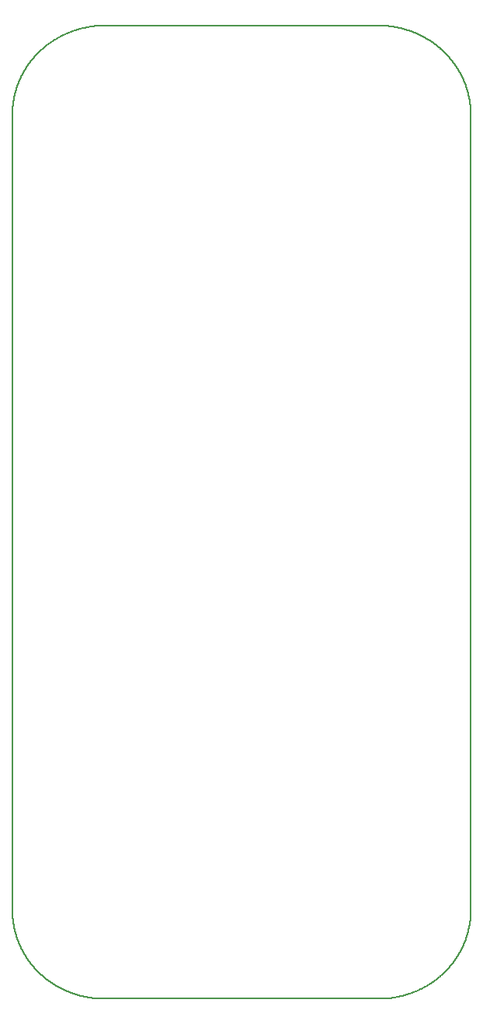
<source format=gm1>
G04 MADE WITH FRITZING*
G04 WWW.FRITZING.ORG*
G04 DOUBLE SIDED*
G04 HOLES PLATED*
G04 CONTOUR ON CENTER OF CONTOUR VECTOR*
%ASAXBY*%
%FSLAX23Y23*%
%MOIN*%
%OFA0B0*%
%SFA1.0B1.0*%
%ADD10C,0.008*%
%LNCONTOUR*%
G90*
G70*
G54D10*
X376Y4173D02*
X377Y4173D01*
X378Y4173D01*
X379Y4173D01*
X380Y4173D01*
X381Y4173D01*
X382Y4173D01*
X383Y4173D01*
X384Y4173D01*
X385Y4173D01*
X386Y4173D01*
X387Y4173D01*
X388Y4173D01*
X389Y4173D01*
X390Y4173D01*
X391Y4173D01*
X392Y4173D01*
X393Y4173D01*
X394Y4173D01*
X395Y4173D01*
X396Y4173D01*
X397Y4173D01*
X398Y4173D01*
X399Y4173D01*
X400Y4173D01*
X401Y4173D01*
X402Y4173D01*
X403Y4173D01*
X404Y4173D01*
X405Y4173D01*
X406Y4173D01*
X407Y4173D01*
X408Y4173D01*
X409Y4173D01*
X410Y4173D01*
X411Y4173D01*
X412Y4173D01*
X413Y4173D01*
X414Y4173D01*
X415Y4173D01*
X416Y4173D01*
X417Y4173D01*
X418Y4173D01*
X419Y4173D01*
X420Y4173D01*
X421Y4173D01*
X422Y4173D01*
X423Y4173D01*
X424Y4173D01*
X425Y4173D01*
X426Y4173D01*
X427Y4173D01*
X428Y4173D01*
X429Y4173D01*
X430Y4173D01*
X431Y4173D01*
X432Y4173D01*
X433Y4173D01*
X434Y4173D01*
X435Y4173D01*
X436Y4173D01*
X437Y4173D01*
X438Y4173D01*
X439Y4173D01*
X440Y4173D01*
X441Y4173D01*
X442Y4173D01*
X443Y4173D01*
X444Y4173D01*
X445Y4173D01*
X446Y4173D01*
X447Y4173D01*
X448Y4173D01*
X449Y4173D01*
X450Y4173D01*
X451Y4173D01*
X452Y4173D01*
X453Y4173D01*
X454Y4173D01*
X455Y4173D01*
X456Y4173D01*
X457Y4173D01*
X458Y4173D01*
X459Y4173D01*
X460Y4173D01*
X461Y4173D01*
X462Y4173D01*
X463Y4173D01*
X464Y4173D01*
X465Y4173D01*
X466Y4173D01*
X467Y4173D01*
X468Y4173D01*
X469Y4173D01*
X470Y4173D01*
X471Y4173D01*
X472Y4173D01*
X473Y4173D01*
X474Y4173D01*
X475Y4173D01*
X476Y4173D01*
X477Y4173D01*
X478Y4173D01*
X479Y4173D01*
X480Y4173D01*
X481Y4173D01*
X482Y4173D01*
X483Y4173D01*
X484Y4173D01*
X485Y4173D01*
X486Y4173D01*
X487Y4173D01*
X488Y4173D01*
X489Y4173D01*
X490Y4173D01*
X491Y4173D01*
X492Y4173D01*
X493Y4173D01*
X494Y4173D01*
X495Y4173D01*
X496Y4173D01*
X497Y4173D01*
X498Y4173D01*
X499Y4173D01*
X500Y4173D01*
X501Y4173D01*
X502Y4173D01*
X503Y4173D01*
X504Y4173D01*
X505Y4173D01*
X506Y4173D01*
X507Y4173D01*
X508Y4173D01*
X509Y4173D01*
X510Y4173D01*
X511Y4173D01*
X512Y4173D01*
X513Y4173D01*
X514Y4173D01*
X515Y4173D01*
X516Y4173D01*
X517Y4173D01*
X518Y4173D01*
X519Y4173D01*
X520Y4173D01*
X521Y4173D01*
X522Y4173D01*
X523Y4173D01*
X524Y4173D01*
X525Y4173D01*
X526Y4173D01*
X527Y4173D01*
X528Y4173D01*
X529Y4173D01*
X530Y4173D01*
X531Y4173D01*
X532Y4173D01*
X533Y4173D01*
X534Y4173D01*
X535Y4173D01*
X536Y4173D01*
X537Y4173D01*
X538Y4173D01*
X539Y4173D01*
X540Y4173D01*
X541Y4173D01*
X542Y4173D01*
X543Y4173D01*
X544Y4173D01*
X545Y4173D01*
X546Y4173D01*
X547Y4173D01*
X548Y4173D01*
X549Y4173D01*
X550Y4173D01*
X551Y4173D01*
X552Y4173D01*
X553Y4173D01*
X554Y4173D01*
X555Y4173D01*
X556Y4173D01*
X557Y4173D01*
X558Y4173D01*
X559Y4173D01*
X560Y4173D01*
X561Y4173D01*
X562Y4173D01*
X563Y4173D01*
X564Y4173D01*
X565Y4173D01*
X566Y4173D01*
X567Y4173D01*
X568Y4173D01*
X569Y4173D01*
X570Y4173D01*
X571Y4173D01*
X572Y4173D01*
X573Y4173D01*
X574Y4173D01*
X575Y4173D01*
X576Y4173D01*
X577Y4173D01*
X578Y4173D01*
X579Y4173D01*
X580Y4173D01*
X581Y4173D01*
X582Y4173D01*
X583Y4173D01*
X584Y4173D01*
X585Y4173D01*
X586Y4173D01*
X587Y4173D01*
X588Y4173D01*
X589Y4173D01*
X590Y4173D01*
X591Y4173D01*
X592Y4173D01*
X593Y4173D01*
X594Y4173D01*
X595Y4173D01*
X596Y4173D01*
X597Y4173D01*
X598Y4173D01*
X599Y4173D01*
X600Y4173D01*
X601Y4173D01*
X602Y4173D01*
X603Y4173D01*
X604Y4173D01*
X605Y4173D01*
X606Y4173D01*
X607Y4173D01*
X608Y4173D01*
X609Y4173D01*
X610Y4173D01*
X611Y4173D01*
X612Y4173D01*
X613Y4173D01*
X614Y4173D01*
X615Y4173D01*
X616Y4173D01*
X617Y4173D01*
X618Y4173D01*
X619Y4173D01*
X620Y4173D01*
X621Y4173D01*
X622Y4173D01*
X623Y4173D01*
X624Y4173D01*
X625Y4173D01*
X626Y4173D01*
X627Y4173D01*
X628Y4173D01*
X629Y4173D01*
X630Y4173D01*
X631Y4173D01*
X632Y4173D01*
X633Y4173D01*
X634Y4173D01*
X635Y4173D01*
X636Y4173D01*
X637Y4173D01*
X638Y4173D01*
X639Y4173D01*
X640Y4173D01*
X641Y4173D01*
X642Y4173D01*
X643Y4173D01*
X644Y4173D01*
X645Y4173D01*
X646Y4173D01*
X647Y4173D01*
X648Y4173D01*
X649Y4173D01*
X650Y4173D01*
X651Y4173D01*
X652Y4173D01*
X653Y4173D01*
X654Y4173D01*
X655Y4173D01*
X656Y4173D01*
X657Y4173D01*
X658Y4173D01*
X659Y4173D01*
X660Y4173D01*
X661Y4173D01*
X662Y4173D01*
X663Y4173D01*
X664Y4173D01*
X665Y4173D01*
X666Y4173D01*
X667Y4173D01*
X668Y4173D01*
X669Y4173D01*
X670Y4173D01*
X671Y4173D01*
X672Y4173D01*
X673Y4173D01*
X674Y4173D01*
X675Y4173D01*
X676Y4173D01*
X677Y4173D01*
X678Y4173D01*
X679Y4173D01*
X680Y4173D01*
X681Y4173D01*
X682Y4173D01*
X683Y4173D01*
X684Y4173D01*
X685Y4173D01*
X686Y4173D01*
X687Y4173D01*
X688Y4173D01*
X689Y4173D01*
X690Y4173D01*
X691Y4173D01*
X692Y4173D01*
X693Y4173D01*
X694Y4173D01*
X695Y4173D01*
X696Y4173D01*
X697Y4173D01*
X698Y4173D01*
X699Y4173D01*
X700Y4173D01*
X701Y4173D01*
X702Y4173D01*
X703Y4173D01*
X704Y4173D01*
X705Y4173D01*
X706Y4173D01*
X707Y4173D01*
X708Y4173D01*
X709Y4173D01*
X710Y4173D01*
X711Y4173D01*
X712Y4173D01*
X713Y4173D01*
X714Y4173D01*
X715Y4173D01*
X716Y4173D01*
X717Y4173D01*
X718Y4173D01*
X719Y4173D01*
X720Y4173D01*
X721Y4173D01*
X722Y4173D01*
X723Y4173D01*
X724Y4173D01*
X725Y4173D01*
X726Y4173D01*
X727Y4173D01*
X728Y4173D01*
X729Y4173D01*
X730Y4173D01*
X731Y4173D01*
X732Y4173D01*
X733Y4173D01*
X734Y4173D01*
X735Y4173D01*
X736Y4173D01*
X737Y4173D01*
X738Y4173D01*
X739Y4173D01*
X740Y4173D01*
X741Y4173D01*
X742Y4173D01*
X743Y4173D01*
X744Y4173D01*
X745Y4173D01*
X746Y4173D01*
X747Y4173D01*
X748Y4173D01*
X749Y4173D01*
X750Y4173D01*
X751Y4173D01*
X752Y4173D01*
X753Y4173D01*
X754Y4173D01*
X755Y4173D01*
X756Y4173D01*
X757Y4173D01*
X758Y4173D01*
X759Y4173D01*
X760Y4173D01*
X761Y4173D01*
X762Y4173D01*
X763Y4173D01*
X764Y4173D01*
X765Y4173D01*
X766Y4173D01*
X767Y4173D01*
X768Y4173D01*
X769Y4173D01*
X770Y4173D01*
X771Y4173D01*
X772Y4173D01*
X773Y4173D01*
X774Y4173D01*
X775Y4173D01*
X776Y4173D01*
X777Y4173D01*
X778Y4173D01*
X779Y4173D01*
X780Y4173D01*
X781Y4173D01*
X782Y4173D01*
X783Y4173D01*
X784Y4173D01*
X785Y4173D01*
X786Y4173D01*
X787Y4173D01*
X788Y4173D01*
X789Y4173D01*
X790Y4173D01*
X791Y4173D01*
X792Y4173D01*
X793Y4173D01*
X794Y4173D01*
X795Y4173D01*
X796Y4173D01*
X797Y4173D01*
X798Y4173D01*
X799Y4173D01*
X800Y4173D01*
X801Y4173D01*
X802Y4173D01*
X803Y4173D01*
X804Y4173D01*
X805Y4173D01*
X806Y4173D01*
X807Y4173D01*
X808Y4173D01*
X809Y4173D01*
X810Y4173D01*
X811Y4173D01*
X812Y4173D01*
X813Y4173D01*
X814Y4173D01*
X815Y4173D01*
X816Y4173D01*
X817Y4173D01*
X818Y4173D01*
X819Y4173D01*
X820Y4173D01*
X821Y4173D01*
X822Y4173D01*
X823Y4173D01*
X824Y4173D01*
X825Y4173D01*
X826Y4173D01*
X827Y4173D01*
X828Y4173D01*
X829Y4173D01*
X830Y4173D01*
X831Y4173D01*
X832Y4173D01*
X833Y4173D01*
X834Y4173D01*
X835Y4173D01*
X836Y4173D01*
X837Y4173D01*
X838Y4173D01*
X839Y4173D01*
X840Y4173D01*
X841Y4173D01*
X842Y4173D01*
X843Y4173D01*
X844Y4173D01*
X845Y4173D01*
X846Y4173D01*
X847Y4173D01*
X848Y4173D01*
X849Y4173D01*
X850Y4173D01*
X851Y4173D01*
X852Y4173D01*
X853Y4173D01*
X854Y4173D01*
X855Y4173D01*
X856Y4173D01*
X857Y4173D01*
X858Y4173D01*
X859Y4173D01*
X860Y4173D01*
X861Y4173D01*
X862Y4173D01*
X863Y4173D01*
X864Y4173D01*
X865Y4173D01*
X866Y4173D01*
X867Y4173D01*
X868Y4173D01*
X869Y4173D01*
X870Y4173D01*
X871Y4173D01*
X872Y4173D01*
X873Y4173D01*
X874Y4173D01*
X875Y4173D01*
X876Y4173D01*
X877Y4173D01*
X878Y4173D01*
X879Y4173D01*
X880Y4173D01*
X881Y4173D01*
X882Y4173D01*
X883Y4173D01*
X884Y4173D01*
X885Y4173D01*
X886Y4173D01*
X887Y4173D01*
X888Y4173D01*
X889Y4173D01*
X890Y4173D01*
X891Y4173D01*
X892Y4173D01*
X893Y4173D01*
X894Y4173D01*
X895Y4173D01*
X896Y4173D01*
X897Y4173D01*
X898Y4173D01*
X899Y4173D01*
X900Y4173D01*
X901Y4173D01*
X902Y4173D01*
X903Y4173D01*
X904Y4173D01*
X905Y4173D01*
X906Y4173D01*
X907Y4173D01*
X908Y4173D01*
X909Y4173D01*
X910Y4173D01*
X911Y4173D01*
X912Y4173D01*
X913Y4173D01*
X914Y4173D01*
X915Y4173D01*
X916Y4173D01*
X917Y4173D01*
X918Y4173D01*
X919Y4173D01*
X920Y4173D01*
X921Y4173D01*
X922Y4173D01*
X923Y4173D01*
X924Y4173D01*
X925Y4173D01*
X926Y4173D01*
X927Y4173D01*
X928Y4173D01*
X929Y4173D01*
X930Y4173D01*
X931Y4173D01*
X932Y4173D01*
X933Y4173D01*
X934Y4173D01*
X935Y4173D01*
X936Y4173D01*
X937Y4173D01*
X938Y4173D01*
X939Y4173D01*
X940Y4173D01*
X941Y4173D01*
X942Y4173D01*
X943Y4173D01*
X944Y4173D01*
X945Y4173D01*
X946Y4173D01*
X947Y4173D01*
X948Y4173D01*
X949Y4173D01*
X950Y4173D01*
X951Y4173D01*
X952Y4173D01*
X953Y4173D01*
X954Y4173D01*
X955Y4173D01*
X956Y4173D01*
X957Y4173D01*
X958Y4173D01*
X959Y4173D01*
X960Y4173D01*
X961Y4173D01*
X962Y4173D01*
X963Y4173D01*
X964Y4173D01*
X965Y4173D01*
X966Y4173D01*
X967Y4173D01*
X968Y4173D01*
X969Y4173D01*
X970Y4173D01*
X971Y4173D01*
X972Y4173D01*
X973Y4173D01*
X974Y4173D01*
X975Y4173D01*
X976Y4173D01*
X977Y4173D01*
X978Y4173D01*
X979Y4173D01*
X980Y4173D01*
X981Y4173D01*
X982Y4173D01*
X983Y4173D01*
X984Y4173D01*
X985Y4173D01*
X986Y4173D01*
X987Y4173D01*
X988Y4173D01*
X989Y4173D01*
X990Y4173D01*
X991Y4173D01*
X992Y4173D01*
X993Y4173D01*
X994Y4173D01*
X995Y4173D01*
X996Y4173D01*
X997Y4173D01*
X998Y4173D01*
X999Y4173D01*
X1000Y4173D01*
X1001Y4173D01*
X1002Y4173D01*
X1003Y4173D01*
X1004Y4173D01*
X1005Y4173D01*
X1006Y4173D01*
X1007Y4173D01*
X1008Y4173D01*
X1009Y4173D01*
X1010Y4173D01*
X1011Y4173D01*
X1012Y4173D01*
X1013Y4173D01*
X1014Y4173D01*
X1015Y4173D01*
X1016Y4173D01*
X1017Y4173D01*
X1018Y4173D01*
X1019Y4173D01*
X1020Y4173D01*
X1021Y4173D01*
X1022Y4173D01*
X1023Y4173D01*
X1024Y4173D01*
X1025Y4173D01*
X1026Y4173D01*
X1027Y4173D01*
X1028Y4173D01*
X1029Y4173D01*
X1030Y4173D01*
X1031Y4173D01*
X1032Y4173D01*
X1033Y4173D01*
X1034Y4173D01*
X1035Y4173D01*
X1036Y4173D01*
X1037Y4173D01*
X1038Y4173D01*
X1039Y4173D01*
X1040Y4173D01*
X1041Y4173D01*
X1042Y4173D01*
X1043Y4173D01*
X1044Y4173D01*
X1045Y4173D01*
X1046Y4173D01*
X1047Y4173D01*
X1048Y4173D01*
X1049Y4173D01*
X1050Y4173D01*
X1051Y4173D01*
X1052Y4173D01*
X1053Y4173D01*
X1054Y4173D01*
X1055Y4173D01*
X1056Y4173D01*
X1057Y4173D01*
X1058Y4173D01*
X1059Y4173D01*
X1060Y4173D01*
X1061Y4173D01*
X1062Y4173D01*
X1063Y4173D01*
X1064Y4173D01*
X1065Y4173D01*
X1066Y4173D01*
X1067Y4173D01*
X1068Y4173D01*
X1069Y4173D01*
X1070Y4173D01*
X1071Y4173D01*
X1072Y4173D01*
X1073Y4173D01*
X1074Y4173D01*
X1075Y4173D01*
X1076Y4173D01*
X1077Y4173D01*
X1078Y4173D01*
X1079Y4173D01*
X1080Y4173D01*
X1081Y4173D01*
X1082Y4173D01*
X1083Y4173D01*
X1084Y4173D01*
X1085Y4173D01*
X1086Y4173D01*
X1087Y4173D01*
X1088Y4173D01*
X1089Y4173D01*
X1090Y4173D01*
X1091Y4173D01*
X1092Y4173D01*
X1093Y4173D01*
X1094Y4173D01*
X1095Y4173D01*
X1096Y4173D01*
X1097Y4173D01*
X1098Y4173D01*
X1099Y4173D01*
X1100Y4173D01*
X1101Y4173D01*
X1102Y4173D01*
X1103Y4173D01*
X1104Y4173D01*
X1105Y4173D01*
X1106Y4173D01*
X1107Y4173D01*
X1108Y4173D01*
X1109Y4173D01*
X1110Y4173D01*
X1111Y4173D01*
X1112Y4173D01*
X1113Y4173D01*
X1114Y4173D01*
X1115Y4173D01*
X1116Y4173D01*
X1117Y4173D01*
X1118Y4173D01*
X1119Y4173D01*
X1120Y4173D01*
X1121Y4173D01*
X1122Y4173D01*
X1123Y4173D01*
X1124Y4173D01*
X1125Y4173D01*
X1126Y4173D01*
X1127Y4173D01*
X1128Y4173D01*
X1129Y4173D01*
X1130Y4173D01*
X1131Y4173D01*
X1132Y4173D01*
X1133Y4173D01*
X1134Y4173D01*
X1135Y4173D01*
X1136Y4173D01*
X1137Y4173D01*
X1138Y4173D01*
X1139Y4173D01*
X1140Y4173D01*
X1141Y4173D01*
X1142Y4173D01*
X1143Y4173D01*
X1144Y4173D01*
X1145Y4173D01*
X1146Y4173D01*
X1147Y4173D01*
X1148Y4173D01*
X1149Y4173D01*
X1150Y4173D01*
X1151Y4173D01*
X1152Y4173D01*
X1153Y4173D01*
X1154Y4173D01*
X1155Y4173D01*
X1156Y4173D01*
X1157Y4173D01*
X1158Y4173D01*
X1159Y4173D01*
X1160Y4173D01*
X1161Y4173D01*
X1162Y4173D01*
X1163Y4173D01*
X1164Y4173D01*
X1165Y4173D01*
X1166Y4173D01*
X1167Y4173D01*
X1168Y4173D01*
X1169Y4173D01*
X1170Y4173D01*
X1171Y4173D01*
X1172Y4173D01*
X1173Y4173D01*
X1174Y4173D01*
X1175Y4173D01*
X1176Y4173D01*
X1177Y4173D01*
X1178Y4173D01*
X1179Y4173D01*
X1180Y4173D01*
X1181Y4173D01*
X1182Y4173D01*
X1183Y4173D01*
X1184Y4173D01*
X1185Y4173D01*
X1186Y4173D01*
X1187Y4173D01*
X1188Y4173D01*
X1189Y4173D01*
X1190Y4173D01*
X1191Y4173D01*
X1192Y4173D01*
X1193Y4173D01*
X1194Y4173D01*
X1195Y4173D01*
X1196Y4173D01*
X1197Y4173D01*
X1198Y4173D01*
X1199Y4173D01*
X1200Y4173D01*
X1201Y4173D01*
X1202Y4173D01*
X1203Y4173D01*
X1204Y4173D01*
X1205Y4173D01*
X1206Y4173D01*
X1207Y4173D01*
X1208Y4173D01*
X1209Y4173D01*
X1210Y4173D01*
X1211Y4173D01*
X1212Y4173D01*
X1213Y4173D01*
X1214Y4173D01*
X1215Y4173D01*
X1216Y4173D01*
X1217Y4173D01*
X1218Y4173D01*
X1219Y4173D01*
X1220Y4173D01*
X1221Y4173D01*
X1222Y4173D01*
X1223Y4173D01*
X1224Y4173D01*
X1225Y4173D01*
X1226Y4173D01*
X1227Y4173D01*
X1228Y4173D01*
X1229Y4173D01*
X1230Y4173D01*
X1231Y4173D01*
X1232Y4173D01*
X1233Y4173D01*
X1234Y4173D01*
X1235Y4173D01*
X1236Y4173D01*
X1237Y4173D01*
X1238Y4173D01*
X1239Y4173D01*
X1240Y4173D01*
X1241Y4173D01*
X1242Y4173D01*
X1243Y4173D01*
X1244Y4173D01*
X1245Y4173D01*
X1246Y4173D01*
X1247Y4173D01*
X1248Y4173D01*
X1249Y4173D01*
X1250Y4173D01*
X1251Y4173D01*
X1252Y4173D01*
X1253Y4173D01*
X1254Y4173D01*
X1255Y4173D01*
X1256Y4173D01*
X1257Y4173D01*
X1258Y4173D01*
X1259Y4173D01*
X1260Y4173D01*
X1261Y4173D01*
X1262Y4173D01*
X1263Y4173D01*
X1264Y4173D01*
X1265Y4173D01*
X1266Y4173D01*
X1267Y4173D01*
X1268Y4173D01*
X1269Y4173D01*
X1270Y4173D01*
X1271Y4173D01*
X1272Y4173D01*
X1273Y4173D01*
X1274Y4173D01*
X1275Y4173D01*
X1276Y4173D01*
X1277Y4173D01*
X1278Y4173D01*
X1279Y4173D01*
X1280Y4173D01*
X1281Y4173D01*
X1282Y4173D01*
X1283Y4173D01*
X1284Y4173D01*
X1285Y4173D01*
X1286Y4173D01*
X1287Y4173D01*
X1288Y4173D01*
X1289Y4173D01*
X1290Y4173D01*
X1291Y4173D01*
X1292Y4173D01*
X1293Y4173D01*
X1294Y4173D01*
X1295Y4173D01*
X1296Y4173D01*
X1297Y4173D01*
X1298Y4173D01*
X1299Y4173D01*
X1300Y4173D01*
X1301Y4173D01*
X1302Y4173D01*
X1303Y4173D01*
X1304Y4173D01*
X1305Y4173D01*
X1306Y4173D01*
X1307Y4173D01*
X1308Y4173D01*
X1309Y4173D01*
X1310Y4173D01*
X1311Y4173D01*
X1312Y4173D01*
X1313Y4173D01*
X1314Y4173D01*
X1315Y4173D01*
X1316Y4173D01*
X1317Y4173D01*
X1318Y4173D01*
X1319Y4173D01*
X1320Y4173D01*
X1321Y4173D01*
X1322Y4173D01*
X1323Y4173D01*
X1324Y4173D01*
X1325Y4173D01*
X1326Y4173D01*
X1327Y4173D01*
X1328Y4173D01*
X1329Y4173D01*
X1330Y4173D01*
X1331Y4173D01*
X1332Y4173D01*
X1333Y4173D01*
X1334Y4173D01*
X1335Y4173D01*
X1336Y4173D01*
X1337Y4173D01*
X1338Y4173D01*
X1339Y4173D01*
X1340Y4173D01*
X1341Y4173D01*
X1342Y4173D01*
X1343Y4173D01*
X1344Y4173D01*
X1345Y4173D01*
X1346Y4173D01*
X1347Y4173D01*
X1348Y4173D01*
X1349Y4173D01*
X1350Y4173D01*
X1351Y4173D01*
X1352Y4173D01*
X1353Y4173D01*
X1354Y4173D01*
X1355Y4173D01*
X1356Y4173D01*
X1357Y4173D01*
X1358Y4173D01*
X1359Y4173D01*
X1360Y4173D01*
X1361Y4173D01*
X1362Y4173D01*
X1363Y4173D01*
X1364Y4173D01*
X1365Y4173D01*
X1366Y4173D01*
X1367Y4173D01*
X1368Y4173D01*
X1369Y4173D01*
X1370Y4173D01*
X1371Y4173D01*
X1372Y4173D01*
X1373Y4173D01*
X1374Y4173D01*
X1375Y4173D01*
X1376Y4173D01*
X1377Y4173D01*
X1378Y4173D01*
X1379Y4173D01*
X1380Y4173D01*
X1381Y4173D01*
X1382Y4173D01*
X1383Y4173D01*
X1384Y4173D01*
X1385Y4173D01*
X1386Y4173D01*
X1387Y4173D01*
X1388Y4173D01*
X1389Y4173D01*
X1390Y4173D01*
X1391Y4173D01*
X1392Y4173D01*
X1393Y4173D01*
X1394Y4173D01*
X1395Y4173D01*
X1396Y4173D01*
X1397Y4173D01*
X1398Y4173D01*
X1399Y4173D01*
X1400Y4173D01*
X1401Y4173D01*
X1402Y4173D01*
X1403Y4173D01*
X1404Y4173D01*
X1405Y4173D01*
X1406Y4173D01*
X1407Y4173D01*
X1408Y4173D01*
X1409Y4173D01*
X1410Y4173D01*
X1411Y4173D01*
X1412Y4173D01*
X1413Y4173D01*
X1414Y4173D01*
X1415Y4173D01*
X1416Y4173D01*
X1417Y4173D01*
X1418Y4173D01*
X1419Y4173D01*
X1420Y4173D01*
X1421Y4173D01*
X1422Y4173D01*
X1423Y4173D01*
X1424Y4173D01*
X1425Y4173D01*
X1426Y4173D01*
X1427Y4173D01*
X1428Y4173D01*
X1429Y4173D01*
X1430Y4173D01*
X1431Y4173D01*
X1432Y4173D01*
X1433Y4173D01*
X1434Y4173D01*
X1435Y4173D01*
X1436Y4173D01*
X1437Y4173D01*
X1438Y4173D01*
X1439Y4173D01*
X1440Y4173D01*
X1441Y4173D01*
X1442Y4173D01*
X1443Y4173D01*
X1444Y4173D01*
X1445Y4173D01*
X1446Y4173D01*
X1447Y4173D01*
X1448Y4173D01*
X1449Y4173D01*
X1450Y4173D01*
X1451Y4173D01*
X1452Y4173D01*
X1453Y4173D01*
X1454Y4173D01*
X1455Y4173D01*
X1456Y4173D01*
X1457Y4173D01*
X1458Y4173D01*
X1459Y4173D01*
X1460Y4173D01*
X1461Y4173D01*
X1462Y4173D01*
X1463Y4173D01*
X1464Y4173D01*
X1465Y4173D01*
X1466Y4173D01*
X1467Y4173D01*
X1468Y4173D01*
X1469Y4173D01*
X1470Y4173D01*
X1471Y4173D01*
X1472Y4173D01*
X1473Y4173D01*
X1474Y4173D01*
X1475Y4173D01*
X1476Y4173D01*
X1477Y4173D01*
X1478Y4173D01*
X1479Y4173D01*
X1480Y4173D01*
X1481Y4173D01*
X1482Y4173D01*
X1483Y4173D01*
X1484Y4173D01*
X1485Y4173D01*
X1486Y4173D01*
X1487Y4173D01*
X1488Y4173D01*
X1489Y4173D01*
X1490Y4173D01*
X1491Y4173D01*
X1492Y4173D01*
X1493Y4173D01*
X1494Y4173D01*
X1495Y4173D01*
X1496Y4173D01*
X1497Y4173D01*
X1498Y4173D01*
X1499Y4173D01*
X1500Y4173D01*
X1501Y4173D01*
X1502Y4173D01*
X1503Y4173D01*
X1504Y4173D01*
X1505Y4173D01*
X1506Y4173D01*
X1507Y4173D01*
X1508Y4173D01*
X1509Y4173D01*
X1510Y4173D01*
X1511Y4173D01*
X1512Y4173D01*
X1513Y4173D01*
X1514Y4173D01*
X1515Y4173D01*
X1516Y4173D01*
X1517Y4173D01*
X1518Y4173D01*
X1519Y4173D01*
X1520Y4173D01*
X1521Y4173D01*
X1522Y4173D01*
X1523Y4173D01*
X1524Y4173D01*
X1525Y4173D01*
X1526Y4173D01*
X1527Y4173D01*
X1528Y4173D01*
X1529Y4173D01*
X1530Y4173D01*
X1531Y4173D01*
X1532Y4173D01*
X1533Y4173D01*
X1534Y4173D01*
X1535Y4173D01*
X1536Y4173D01*
X1537Y4173D01*
X1538Y4173D01*
X1539Y4173D01*
X1540Y4173D01*
X1541Y4173D01*
X1542Y4173D01*
X1543Y4173D01*
X1544Y4173D01*
X1545Y4173D01*
X1546Y4173D01*
X1547Y4173D01*
X1548Y4173D01*
X1549Y4173D01*
X1550Y4173D01*
X1551Y4173D01*
X1552Y4173D01*
X1553Y4173D01*
X1554Y4173D01*
X1555Y4173D01*
X1556Y4173D01*
X1557Y4173D01*
X1558Y4173D01*
X1559Y4173D01*
X1560Y4173D01*
X1561Y4173D01*
X1562Y4173D01*
X1563Y4173D01*
X1564Y4173D01*
X1565Y4173D01*
X1566Y4173D01*
X1567Y4173D01*
X1568Y4173D01*
X1569Y4173D01*
X1570Y4173D01*
X1571Y4173D01*
X1572Y4173D01*
X1573Y4173D01*
X1574Y4173D01*
X1575Y4173D01*
X1576Y4173D01*
X1577Y4173D01*
X1578Y4173D01*
X1579Y4173D01*
X1580Y4173D01*
X1581Y4173D01*
X1582Y4173D01*
X1583Y4173D01*
X1584Y4173D01*
X1585Y4173D01*
X1586Y4173D01*
X1587Y4173D01*
X1588Y4173D01*
X1589Y4173D01*
X1590Y4173D01*
X1591Y4173D01*
X1592Y4172D01*
X1593Y4172D01*
X1594Y4172D01*
X1595Y4172D01*
X1596Y4172D01*
X1597Y4172D01*
X1598Y4172D01*
X1599Y4172D01*
X1600Y4172D01*
X1601Y4172D01*
X1602Y4172D01*
X1603Y4172D01*
X1604Y4172D01*
X1605Y4172D01*
X1606Y4172D01*
X1607Y4171D01*
X1608Y4171D01*
X1609Y4171D01*
X1610Y4171D01*
X1611Y4171D01*
X1612Y4171D01*
X1613Y4171D01*
X1614Y4171D01*
X1615Y4171D01*
X1616Y4171D01*
X1617Y4170D01*
X1618Y4170D01*
X1619Y4170D01*
X1620Y4170D01*
X1621Y4170D01*
X1622Y4170D01*
X1623Y4170D01*
X1624Y4170D01*
X1625Y4170D01*
X1626Y4169D01*
X1627Y4169D01*
X1628Y4169D01*
X1629Y4169D01*
X1630Y4169D01*
X1631Y4169D01*
X1632Y4169D01*
X1633Y4168D01*
X1634Y4168D01*
X1635Y4168D01*
X1636Y4168D01*
X1637Y4168D01*
X1638Y4168D01*
X1639Y4167D01*
X1640Y4167D01*
X1641Y4167D01*
X1642Y4167D01*
X1643Y4167D01*
X1644Y4167D01*
X1645Y4166D01*
X1646Y4166D01*
X1647Y4166D01*
X1648Y4166D01*
X1649Y4166D01*
X1650Y4166D01*
X1651Y4165D01*
X1652Y4165D01*
X1653Y4165D01*
X1654Y4165D01*
X1655Y4164D01*
X1656Y4164D01*
X1657Y4164D01*
X1658Y4164D01*
X1659Y4164D01*
X1660Y4163D01*
X1661Y4163D01*
X1662Y4163D01*
X1663Y4163D01*
X1664Y4163D01*
X1665Y4162D01*
X1666Y4162D01*
X1667Y4162D01*
X1668Y4162D01*
X1669Y4161D01*
X1670Y4161D01*
X1671Y4161D01*
X1672Y4161D01*
X1673Y4160D01*
X1674Y4160D01*
X1675Y4160D01*
X1676Y4160D01*
X1677Y4159D01*
X1678Y4159D01*
X1679Y4159D01*
X1680Y4159D01*
X1681Y4158D01*
X1682Y4158D01*
X1683Y4158D01*
X1684Y4157D01*
X1685Y4157D01*
X1686Y4157D01*
X1687Y4157D01*
X1688Y4156D01*
X1689Y4156D01*
X1690Y4156D01*
X1691Y4155D01*
X1692Y4155D01*
X1693Y4155D01*
X1694Y4154D01*
X1695Y4154D01*
X1696Y4154D01*
X1697Y4153D01*
X1698Y4153D01*
X1699Y4153D01*
X1700Y4152D01*
X1701Y4152D01*
X1702Y4152D01*
X1703Y4151D01*
X1704Y4151D01*
X1705Y4151D01*
X1706Y4150D01*
X1707Y4150D01*
X1708Y4150D01*
X1709Y4149D01*
X1710Y4149D01*
X1711Y4149D01*
X1712Y4148D01*
X1713Y4148D01*
X1714Y4148D01*
X1715Y4147D01*
X1716Y4147D01*
X1717Y4146D01*
X1718Y4146D01*
X1719Y4146D01*
X1720Y4145D01*
X1721Y4145D01*
X1722Y4145D01*
X1723Y4144D01*
X1724Y4144D01*
X1725Y4143D01*
X1726Y4143D01*
X1727Y4143D01*
X1728Y4142D01*
X1729Y4142D01*
X1730Y4141D01*
X1731Y4141D01*
X1732Y4140D01*
X1733Y4140D01*
X1734Y4140D01*
X1735Y4139D01*
X1736Y4139D01*
X1737Y4138D01*
X1738Y4138D01*
X1739Y4137D01*
X1740Y4137D01*
X1741Y4137D01*
X1742Y4136D01*
X1743Y4136D01*
X1744Y4135D01*
X1745Y4135D01*
X1746Y4134D01*
X1747Y4134D01*
X1748Y4133D01*
X1749Y4133D01*
X1750Y4132D01*
X1751Y4132D01*
X1752Y4131D01*
X1753Y4131D01*
X1754Y4130D01*
X1755Y4130D01*
X1756Y4129D01*
X1757Y4129D01*
X1758Y4128D01*
X1759Y4128D01*
X1760Y4127D01*
X1761Y4127D01*
X1762Y4126D01*
X1763Y4126D01*
X1764Y4125D01*
X1765Y4125D01*
X1766Y4124D01*
X1767Y4124D01*
X1768Y4123D01*
X1769Y4122D01*
X1770Y4122D01*
X1771Y4121D01*
X1772Y4121D01*
X1773Y4120D01*
X1774Y4120D01*
X1775Y4119D01*
X1776Y4119D01*
X1777Y4118D01*
X1778Y4117D01*
X1779Y4117D01*
X1780Y4116D01*
X1781Y4116D01*
X1782Y4115D01*
X1783Y4114D01*
X1784Y4114D01*
X1785Y4113D01*
X1786Y4112D01*
X1787Y4112D01*
X1788Y4111D01*
X1789Y4111D01*
X1790Y4110D01*
X1791Y4109D01*
X1792Y4109D01*
X1793Y4108D01*
X1794Y4108D01*
X1795Y4107D01*
X1796Y4106D01*
X1797Y4105D01*
X1798Y4105D01*
X1799Y4104D01*
X1800Y4103D01*
X1801Y4103D01*
X1802Y4102D01*
X1803Y4101D01*
X1804Y4101D01*
X1805Y4100D01*
X1806Y4099D01*
X1807Y4099D01*
X1808Y4098D01*
X1809Y4097D01*
X1810Y4097D01*
X1811Y4096D01*
X1812Y4095D01*
X1813Y4094D01*
X1814Y4094D01*
X1815Y4093D01*
X1816Y4092D01*
X1817Y4091D01*
X1818Y4091D01*
X1819Y4090D01*
X1820Y4089D01*
X1821Y4088D01*
X1822Y4088D01*
X1823Y4087D01*
X1824Y4086D01*
X1825Y4085D01*
X1826Y4084D01*
X1827Y4083D01*
X1828Y4083D01*
X1829Y4082D01*
X1830Y4081D01*
X1831Y4080D01*
X1832Y4079D01*
X1833Y4079D01*
X1834Y4078D01*
X1835Y4077D01*
X1836Y4076D01*
X1837Y4075D01*
X1838Y4074D01*
X1839Y4073D01*
X1840Y4073D01*
X1841Y4072D01*
X1842Y4071D01*
X1843Y4070D01*
X1844Y4069D01*
X1845Y4068D01*
X1846Y4067D01*
X1847Y4066D01*
X1848Y4065D01*
X1849Y4064D01*
X1850Y4063D01*
X1851Y4063D01*
X1852Y4062D01*
X1853Y4061D01*
X1854Y4060D01*
X1855Y4059D01*
X1856Y4058D01*
X1857Y4057D01*
X1858Y4056D01*
X1859Y4055D01*
X1860Y4054D01*
X1861Y4053D01*
X1862Y4052D01*
X1863Y4051D01*
X1864Y4050D01*
X1864Y4049D01*
X1865Y4048D01*
X1866Y4047D01*
X1867Y4046D01*
X1868Y4045D01*
X1869Y4044D01*
X1870Y4043D01*
X1871Y4042D01*
X1872Y4041D01*
X1873Y4040D01*
X1874Y4039D01*
X1874Y4038D01*
X1875Y4037D01*
X1876Y4036D01*
X1877Y4035D01*
X1878Y4034D01*
X1879Y4033D01*
X1880Y4032D01*
X1880Y4031D01*
X1881Y4030D01*
X1882Y4029D01*
X1883Y4028D01*
X1884Y4027D01*
X1884Y4026D01*
X1885Y4025D01*
X1886Y4024D01*
X1887Y4023D01*
X1888Y4022D01*
X1889Y4021D01*
X1889Y4020D01*
X1890Y4019D01*
X1891Y4018D01*
X1891Y4017D01*
X1892Y4016D01*
X1893Y4015D01*
X1894Y4014D01*
X1894Y4013D01*
X1895Y4012D01*
X1896Y4011D01*
X1897Y4010D01*
X1897Y4009D01*
X1898Y4008D01*
X1899Y4007D01*
X1900Y4006D01*
X1900Y4005D01*
X1901Y4004D01*
X1902Y4003D01*
X1902Y4002D01*
X1903Y4001D01*
X1904Y4000D01*
X1904Y3999D01*
X1905Y3998D01*
X1906Y3997D01*
X1906Y3996D01*
X1907Y3995D01*
X1908Y3994D01*
X1908Y3993D01*
X1909Y3992D01*
X1910Y3991D01*
X1910Y3990D01*
X1911Y3989D01*
X1911Y3988D01*
X1912Y3987D01*
X1913Y3986D01*
X1913Y3985D01*
X1914Y3984D01*
X1914Y3983D01*
X1915Y3982D01*
X1916Y3981D01*
X1916Y3980D01*
X1917Y3979D01*
X1917Y3978D01*
X1918Y3977D01*
X1919Y3976D01*
X1919Y3975D01*
X1920Y3974D01*
X1920Y3973D01*
X1921Y3972D01*
X1921Y3971D01*
X1922Y3970D01*
X1922Y3969D01*
X1923Y3968D01*
X1924Y3967D01*
X1924Y3966D01*
X1925Y3965D01*
X1925Y3964D01*
X1926Y3963D01*
X1926Y3962D01*
X1927Y3961D01*
X1927Y3960D01*
X1928Y3959D01*
X1928Y3958D01*
X1929Y3957D01*
X1929Y3956D01*
X1930Y3955D01*
X1930Y3954D01*
X1931Y3953D01*
X1931Y3952D01*
X1932Y3951D01*
X1932Y3950D01*
X1933Y3949D01*
X1933Y3947D01*
X1934Y3946D01*
X1934Y3945D01*
X1935Y3944D01*
X1935Y3943D01*
X1936Y3942D01*
X1936Y3941D01*
X1937Y3940D01*
X1937Y3938D01*
X1938Y3937D01*
X1938Y3936D01*
X1939Y3935D01*
X1939Y3934D01*
X1940Y3933D01*
X1940Y3931D01*
X1941Y3930D01*
X1941Y3929D01*
X1942Y3928D01*
X1942Y3926D01*
X1943Y3925D01*
X1943Y3924D01*
X1944Y3923D01*
X1944Y3921D01*
X1945Y3920D01*
X1945Y3918D01*
X1946Y3917D01*
X1946Y3915D01*
X1947Y3914D01*
X1947Y3912D01*
X1948Y3911D01*
X1948Y3910D01*
X1949Y3909D01*
X1949Y3907D01*
X1950Y3906D01*
X1950Y3903D01*
X1951Y3902D01*
X1951Y3900D01*
X1952Y3899D01*
X1952Y3897D01*
X1953Y3896D01*
X1953Y3893D01*
X1954Y3892D01*
X1954Y3890D01*
X1955Y3889D01*
X1955Y3886D01*
X1956Y3885D01*
X1956Y3882D01*
X1957Y3881D01*
X1957Y3878D01*
X1958Y3877D01*
X1958Y3873D01*
X1959Y3872D01*
X1959Y3869D01*
X1960Y3868D01*
X1960Y3864D01*
X1961Y3863D01*
X1961Y3858D01*
X1962Y3857D01*
X1962Y3852D01*
X1963Y3851D01*
X1963Y3845D01*
X1964Y3844D01*
X1964Y3837D01*
X1965Y3836D01*
X1965Y3828D01*
X1966Y3827D01*
X1966Y3814D01*
X1967Y3813D01*
X1967Y361D01*
X1966Y360D01*
X1966Y347D01*
X1965Y346D01*
X1965Y337D01*
X1964Y336D01*
X1964Y330D01*
X1963Y329D01*
X1963Y323D01*
X1962Y322D01*
X1962Y317D01*
X1961Y316D01*
X1961Y311D01*
X1960Y310D01*
X1960Y306D01*
X1959Y305D01*
X1959Y302D01*
X1958Y301D01*
X1958Y297D01*
X1957Y296D01*
X1957Y293D01*
X1956Y292D01*
X1956Y289D01*
X1955Y288D01*
X1955Y285D01*
X1954Y284D01*
X1954Y282D01*
X1953Y281D01*
X1953Y278D01*
X1952Y277D01*
X1952Y275D01*
X1951Y274D01*
X1951Y272D01*
X1950Y271D01*
X1950Y268D01*
X1949Y267D01*
X1949Y265D01*
X1948Y264D01*
X1948Y263D01*
X1947Y262D01*
X1947Y260D01*
X1946Y259D01*
X1946Y257D01*
X1945Y256D01*
X1945Y254D01*
X1944Y253D01*
X1944Y251D01*
X1943Y250D01*
X1943Y249D01*
X1942Y248D01*
X1942Y246D01*
X1941Y245D01*
X1941Y244D01*
X1940Y243D01*
X1940Y241D01*
X1939Y240D01*
X1939Y239D01*
X1938Y238D01*
X1938Y237D01*
X1937Y236D01*
X1937Y234D01*
X1936Y233D01*
X1936Y232D01*
X1935Y231D01*
X1935Y230D01*
X1934Y229D01*
X1934Y228D01*
X1933Y227D01*
X1933Y225D01*
X1932Y224D01*
X1932Y223D01*
X1931Y222D01*
X1931Y221D01*
X1930Y220D01*
X1930Y219D01*
X1929Y218D01*
X1929Y217D01*
X1928Y216D01*
X1928Y215D01*
X1927Y214D01*
X1927Y213D01*
X1926Y212D01*
X1926Y211D01*
X1925Y210D01*
X1925Y209D01*
X1924Y208D01*
X1924Y207D01*
X1923Y206D01*
X1922Y205D01*
X1922Y204D01*
X1921Y203D01*
X1921Y202D01*
X1920Y201D01*
X1920Y200D01*
X1919Y199D01*
X1919Y198D01*
X1918Y197D01*
X1917Y196D01*
X1917Y195D01*
X1916Y194D01*
X1916Y193D01*
X1915Y192D01*
X1914Y191D01*
X1914Y190D01*
X1913Y189D01*
X1913Y188D01*
X1912Y187D01*
X1911Y186D01*
X1911Y185D01*
X1910Y184D01*
X1910Y183D01*
X1909Y182D01*
X1908Y181D01*
X1908Y180D01*
X1907Y179D01*
X1906Y178D01*
X1906Y177D01*
X1905Y176D01*
X1904Y175D01*
X1904Y174D01*
X1903Y173D01*
X1902Y172D01*
X1902Y171D01*
X1901Y170D01*
X1900Y169D01*
X1900Y168D01*
X1899Y167D01*
X1898Y166D01*
X1897Y165D01*
X1897Y164D01*
X1896Y163D01*
X1895Y162D01*
X1894Y161D01*
X1894Y160D01*
X1893Y159D01*
X1892Y158D01*
X1892Y157D01*
X1891Y156D01*
X1890Y155D01*
X1889Y154D01*
X1889Y153D01*
X1888Y152D01*
X1887Y151D01*
X1886Y150D01*
X1885Y149D01*
X1884Y148D01*
X1884Y147D01*
X1883Y146D01*
X1882Y145D01*
X1881Y144D01*
X1880Y143D01*
X1880Y142D01*
X1879Y141D01*
X1878Y140D01*
X1877Y139D01*
X1876Y138D01*
X1875Y137D01*
X1874Y136D01*
X1874Y135D01*
X1873Y134D01*
X1872Y133D01*
X1871Y132D01*
X1870Y131D01*
X1869Y130D01*
X1868Y129D01*
X1867Y128D01*
X1866Y127D01*
X1865Y126D01*
X1864Y125D01*
X1864Y124D01*
X1863Y123D01*
X1862Y122D01*
X1861Y121D01*
X1860Y120D01*
X1859Y119D01*
X1858Y118D01*
X1857Y117D01*
X1856Y116D01*
X1855Y115D01*
X1854Y114D01*
X1853Y113D01*
X1852Y112D01*
X1851Y111D01*
X1850Y111D01*
X1849Y110D01*
X1848Y109D01*
X1847Y108D01*
X1846Y107D01*
X1845Y106D01*
X1844Y105D01*
X1843Y104D01*
X1842Y103D01*
X1841Y102D01*
X1840Y101D01*
X1839Y101D01*
X1838Y100D01*
X1837Y99D01*
X1836Y98D01*
X1835Y97D01*
X1834Y96D01*
X1833Y95D01*
X1832Y95D01*
X1831Y94D01*
X1830Y93D01*
X1829Y92D01*
X1828Y91D01*
X1827Y91D01*
X1826Y90D01*
X1825Y89D01*
X1824Y88D01*
X1823Y87D01*
X1822Y86D01*
X1821Y86D01*
X1820Y85D01*
X1819Y84D01*
X1818Y83D01*
X1817Y83D01*
X1816Y82D01*
X1815Y81D01*
X1814Y80D01*
X1813Y80D01*
X1812Y79D01*
X1811Y78D01*
X1810Y77D01*
X1809Y77D01*
X1808Y76D01*
X1807Y75D01*
X1806Y75D01*
X1805Y74D01*
X1804Y73D01*
X1803Y73D01*
X1802Y72D01*
X1801Y71D01*
X1800Y71D01*
X1799Y70D01*
X1798Y69D01*
X1797Y69D01*
X1796Y68D01*
X1795Y67D01*
X1794Y66D01*
X1793Y66D01*
X1792Y65D01*
X1791Y65D01*
X1790Y64D01*
X1789Y63D01*
X1788Y63D01*
X1787Y62D01*
X1786Y62D01*
X1785Y61D01*
X1784Y60D01*
X1783Y60D01*
X1782Y59D01*
X1781Y58D01*
X1780Y58D01*
X1779Y57D01*
X1778Y57D01*
X1777Y56D01*
X1776Y55D01*
X1775Y55D01*
X1774Y54D01*
X1773Y54D01*
X1772Y53D01*
X1771Y53D01*
X1770Y52D01*
X1769Y52D01*
X1768Y51D01*
X1767Y50D01*
X1766Y50D01*
X1765Y49D01*
X1764Y49D01*
X1763Y48D01*
X1762Y48D01*
X1761Y47D01*
X1760Y47D01*
X1759Y46D01*
X1758Y46D01*
X1757Y45D01*
X1756Y45D01*
X1755Y44D01*
X1754Y44D01*
X1753Y43D01*
X1752Y43D01*
X1751Y42D01*
X1750Y42D01*
X1749Y41D01*
X1748Y41D01*
X1747Y40D01*
X1746Y40D01*
X1745Y39D01*
X1744Y39D01*
X1743Y38D01*
X1742Y38D01*
X1741Y37D01*
X1740Y37D01*
X1739Y37D01*
X1738Y36D01*
X1737Y36D01*
X1736Y35D01*
X1735Y35D01*
X1734Y34D01*
X1733Y34D01*
X1732Y34D01*
X1731Y33D01*
X1730Y33D01*
X1729Y32D01*
X1728Y32D01*
X1727Y31D01*
X1726Y31D01*
X1725Y31D01*
X1724Y30D01*
X1723Y30D01*
X1722Y29D01*
X1721Y29D01*
X1720Y29D01*
X1719Y28D01*
X1718Y28D01*
X1717Y28D01*
X1716Y27D01*
X1715Y27D01*
X1714Y26D01*
X1713Y26D01*
X1712Y26D01*
X1711Y25D01*
X1710Y25D01*
X1709Y25D01*
X1708Y24D01*
X1707Y24D01*
X1706Y24D01*
X1705Y23D01*
X1704Y23D01*
X1703Y23D01*
X1702Y22D01*
X1701Y22D01*
X1700Y22D01*
X1699Y21D01*
X1698Y21D01*
X1697Y21D01*
X1696Y20D01*
X1695Y20D01*
X1694Y20D01*
X1693Y19D01*
X1692Y19D01*
X1691Y19D01*
X1690Y18D01*
X1689Y18D01*
X1688Y18D01*
X1687Y17D01*
X1686Y17D01*
X1685Y17D01*
X1684Y17D01*
X1683Y16D01*
X1682Y16D01*
X1681Y16D01*
X1680Y15D01*
X1679Y15D01*
X1678Y15D01*
X1677Y15D01*
X1676Y14D01*
X1675Y14D01*
X1674Y14D01*
X1673Y14D01*
X1672Y13D01*
X1671Y13D01*
X1670Y13D01*
X1669Y13D01*
X1668Y12D01*
X1667Y12D01*
X1666Y12D01*
X1665Y12D01*
X1664Y11D01*
X1663Y11D01*
X1662Y11D01*
X1661Y11D01*
X1660Y11D01*
X1659Y10D01*
X1658Y10D01*
X1657Y10D01*
X1656Y10D01*
X1655Y9D01*
X1654Y9D01*
X1653Y9D01*
X1652Y9D01*
X1651Y9D01*
X1650Y8D01*
X1649Y8D01*
X1648Y8D01*
X1647Y8D01*
X1646Y8D01*
X1645Y8D01*
X1644Y7D01*
X1643Y7D01*
X1642Y7D01*
X1641Y7D01*
X1640Y7D01*
X1639Y7D01*
X1638Y6D01*
X1637Y6D01*
X1636Y6D01*
X1635Y6D01*
X1634Y6D01*
X1633Y6D01*
X1632Y5D01*
X1631Y5D01*
X1630Y5D01*
X1629Y5D01*
X1628Y5D01*
X1627Y5D01*
X1626Y5D01*
X1625Y4D01*
X1624Y4D01*
X1623Y4D01*
X1622Y4D01*
X1621Y4D01*
X1620Y4D01*
X1619Y4D01*
X1618Y4D01*
X1617Y4D01*
X1616Y3D01*
X1615Y3D01*
X1614Y3D01*
X1613Y3D01*
X1612Y3D01*
X1611Y3D01*
X1610Y3D01*
X1609Y3D01*
X1608Y3D01*
X1607Y3D01*
X1606Y2D01*
X1605Y2D01*
X1604Y2D01*
X1603Y2D01*
X1602Y2D01*
X1601Y2D01*
X1600Y2D01*
X1599Y2D01*
X1598Y2D01*
X1597Y2D01*
X1596Y2D01*
X1595Y2D01*
X1594Y2D01*
X1593Y2D01*
X1592Y1D01*
X1591Y1D01*
X1590Y1D01*
X1589Y1D01*
X1588Y1D01*
X1587Y1D01*
X1586Y1D01*
X1585Y1D01*
X1584Y1D01*
X1583Y1D01*
X1582Y1D01*
X1581Y1D01*
X1580Y1D01*
X1579Y1D01*
X1578Y1D01*
X1577Y1D01*
X1576Y1D01*
X1575Y1D01*
X1574Y1D01*
X1573Y1D01*
X1572Y1D01*
X1571Y1D01*
X1570Y1D01*
X1569Y1D01*
X1568Y1D01*
X1567Y1D01*
X1566Y1D01*
X1565Y1D01*
X1564Y1D01*
X1563Y1D01*
X1562Y1D01*
X1561Y1D01*
X1560Y1D01*
X1559Y1D01*
X1558Y1D01*
X1557Y1D01*
X1556Y1D01*
X1555Y1D01*
X1554Y1D01*
X1553Y1D01*
X1552Y1D01*
X1551Y1D01*
X1550Y1D01*
X1549Y1D01*
X1548Y1D01*
X1547Y1D01*
X1546Y1D01*
X1545Y1D01*
X1544Y1D01*
X1543Y1D01*
X1542Y1D01*
X1541Y1D01*
X1540Y1D01*
X1539Y1D01*
X1538Y1D01*
X1537Y1D01*
X1536Y1D01*
X1535Y1D01*
X1534Y1D01*
X1533Y1D01*
X1532Y1D01*
X1531Y1D01*
X1530Y1D01*
X1529Y1D01*
X1528Y1D01*
X1527Y1D01*
X1526Y1D01*
X1525Y1D01*
X1524Y1D01*
X1523Y1D01*
X1522Y1D01*
X1521Y1D01*
X1520Y1D01*
X1519Y1D01*
X1518Y1D01*
X1517Y1D01*
X1516Y1D01*
X1515Y1D01*
X1514Y1D01*
X1513Y1D01*
X1512Y1D01*
X1511Y1D01*
X1510Y1D01*
X1509Y1D01*
X1508Y1D01*
X1507Y1D01*
X1506Y1D01*
X1505Y1D01*
X1504Y1D01*
X1503Y1D01*
X1502Y1D01*
X1501Y1D01*
X1500Y1D01*
X1499Y1D01*
X1498Y1D01*
X1497Y1D01*
X1496Y1D01*
X1495Y1D01*
X1494Y1D01*
X1493Y1D01*
X1492Y1D01*
X1491Y1D01*
X1490Y1D01*
X1489Y1D01*
X1488Y1D01*
X1487Y1D01*
X1486Y1D01*
X1485Y1D01*
X1484Y1D01*
X1483Y1D01*
X1482Y1D01*
X1481Y1D01*
X1480Y1D01*
X1479Y1D01*
X1478Y1D01*
X1477Y1D01*
X1476Y1D01*
X1475Y1D01*
X1474Y1D01*
X1473Y1D01*
X1472Y1D01*
X1471Y1D01*
X1470Y1D01*
X1469Y1D01*
X1468Y1D01*
X1467Y1D01*
X1466Y1D01*
X1465Y1D01*
X1464Y1D01*
X1463Y1D01*
X1462Y1D01*
X1461Y1D01*
X1460Y1D01*
X1459Y1D01*
X1458Y1D01*
X1457Y1D01*
X1456Y1D01*
X1455Y1D01*
X1454Y1D01*
X1453Y1D01*
X1452Y1D01*
X1451Y1D01*
X1450Y1D01*
X1449Y1D01*
X1448Y1D01*
X1447Y1D01*
X1446Y1D01*
X1445Y1D01*
X1444Y1D01*
X1443Y1D01*
X1442Y1D01*
X1441Y1D01*
X1440Y1D01*
X1439Y1D01*
X1438Y1D01*
X1437Y1D01*
X1436Y1D01*
X1435Y1D01*
X1434Y1D01*
X1433Y1D01*
X1432Y1D01*
X1431Y1D01*
X1430Y1D01*
X1429Y1D01*
X1428Y1D01*
X1427Y1D01*
X1426Y1D01*
X1425Y1D01*
X1424Y1D01*
X1423Y1D01*
X1422Y1D01*
X1421Y1D01*
X1420Y1D01*
X1419Y1D01*
X1418Y1D01*
X1417Y1D01*
X1416Y1D01*
X1415Y1D01*
X1414Y1D01*
X1413Y1D01*
X1412Y1D01*
X1411Y1D01*
X1410Y1D01*
X1409Y1D01*
X1408Y1D01*
X1407Y1D01*
X1406Y1D01*
X1405Y1D01*
X1404Y1D01*
X1403Y1D01*
X1402Y1D01*
X1401Y1D01*
X1400Y1D01*
X1399Y1D01*
X1398Y1D01*
X1397Y1D01*
X1396Y1D01*
X1395Y1D01*
X1394Y1D01*
X1393Y1D01*
X1392Y1D01*
X1391Y1D01*
X1390Y1D01*
X1389Y1D01*
X1388Y1D01*
X1387Y1D01*
X1386Y1D01*
X1385Y1D01*
X1384Y1D01*
X1383Y1D01*
X1382Y1D01*
X1381Y1D01*
X1380Y1D01*
X1379Y1D01*
X1378Y1D01*
X1377Y1D01*
X1376Y1D01*
X1375Y1D01*
X1374Y1D01*
X1373Y1D01*
X1372Y1D01*
X1371Y1D01*
X1370Y1D01*
X1369Y1D01*
X1368Y1D01*
X1367Y1D01*
X1366Y1D01*
X1365Y1D01*
X1364Y1D01*
X1363Y1D01*
X1362Y1D01*
X1361Y1D01*
X1360Y1D01*
X1359Y1D01*
X1358Y1D01*
X1357Y1D01*
X1356Y1D01*
X1355Y1D01*
X1354Y1D01*
X1353Y1D01*
X1352Y1D01*
X1351Y1D01*
X1350Y1D01*
X1349Y1D01*
X1348Y1D01*
X1347Y1D01*
X1346Y1D01*
X1345Y1D01*
X1344Y1D01*
X1343Y1D01*
X1342Y1D01*
X1341Y1D01*
X1340Y1D01*
X1339Y1D01*
X1338Y1D01*
X1337Y1D01*
X1336Y1D01*
X1335Y1D01*
X1334Y1D01*
X1333Y1D01*
X1332Y1D01*
X1331Y1D01*
X1330Y1D01*
X1329Y1D01*
X1328Y1D01*
X1327Y1D01*
X1326Y1D01*
X1325Y1D01*
X1324Y1D01*
X1323Y1D01*
X1322Y1D01*
X1321Y1D01*
X1320Y1D01*
X1319Y1D01*
X1318Y1D01*
X1317Y1D01*
X1316Y1D01*
X1315Y1D01*
X1314Y1D01*
X1313Y1D01*
X1312Y1D01*
X1311Y1D01*
X1310Y1D01*
X1309Y1D01*
X1308Y1D01*
X1307Y1D01*
X1306Y1D01*
X1305Y1D01*
X1304Y1D01*
X1303Y1D01*
X1302Y1D01*
X1301Y1D01*
X1300Y1D01*
X1299Y1D01*
X1298Y1D01*
X1297Y1D01*
X1296Y1D01*
X1295Y1D01*
X1294Y1D01*
X1293Y1D01*
X1292Y1D01*
X1291Y1D01*
X1290Y1D01*
X1289Y1D01*
X1288Y1D01*
X1287Y1D01*
X1286Y1D01*
X1285Y1D01*
X1284Y1D01*
X1283Y1D01*
X1282Y1D01*
X1281Y1D01*
X1280Y1D01*
X1279Y1D01*
X1278Y1D01*
X1277Y1D01*
X1276Y1D01*
X1275Y1D01*
X1274Y1D01*
X1273Y1D01*
X1272Y1D01*
X1271Y1D01*
X1270Y1D01*
X1269Y1D01*
X1268Y1D01*
X1267Y1D01*
X1266Y1D01*
X1265Y1D01*
X1264Y1D01*
X1263Y1D01*
X1262Y1D01*
X1261Y1D01*
X1260Y1D01*
X1259Y1D01*
X1258Y1D01*
X1257Y1D01*
X1256Y1D01*
X1255Y1D01*
X1254Y1D01*
X1253Y1D01*
X1252Y1D01*
X1251Y1D01*
X1250Y1D01*
X1249Y1D01*
X1248Y1D01*
X1247Y1D01*
X1246Y1D01*
X1245Y1D01*
X1244Y1D01*
X1243Y1D01*
X1242Y1D01*
X1241Y1D01*
X1240Y1D01*
X1239Y1D01*
X1238Y1D01*
X1237Y1D01*
X1236Y1D01*
X1235Y1D01*
X1234Y1D01*
X1233Y1D01*
X1232Y1D01*
X1231Y1D01*
X1230Y1D01*
X1229Y1D01*
X1228Y1D01*
X1227Y1D01*
X1226Y1D01*
X1225Y1D01*
X1224Y1D01*
X1223Y1D01*
X1222Y1D01*
X1221Y1D01*
X1220Y1D01*
X1219Y1D01*
X1218Y1D01*
X1217Y1D01*
X1216Y1D01*
X1215Y1D01*
X1214Y1D01*
X1213Y1D01*
X1212Y1D01*
X1211Y1D01*
X1210Y1D01*
X1209Y1D01*
X1208Y1D01*
X1207Y1D01*
X1206Y1D01*
X1205Y1D01*
X1204Y1D01*
X1203Y1D01*
X1202Y1D01*
X1201Y1D01*
X1200Y1D01*
X1199Y1D01*
X1198Y1D01*
X1197Y1D01*
X1196Y1D01*
X1195Y1D01*
X1194Y1D01*
X1193Y1D01*
X1192Y1D01*
X1191Y1D01*
X1190Y1D01*
X1189Y1D01*
X1188Y1D01*
X1187Y1D01*
X1186Y1D01*
X1185Y1D01*
X1184Y1D01*
X1183Y1D01*
X1182Y1D01*
X1181Y1D01*
X1180Y1D01*
X1179Y1D01*
X1178Y1D01*
X1177Y1D01*
X1176Y1D01*
X1175Y1D01*
X1174Y1D01*
X1173Y1D01*
X1172Y1D01*
X1171Y1D01*
X1170Y1D01*
X1169Y1D01*
X1168Y1D01*
X1167Y1D01*
X1166Y1D01*
X1165Y1D01*
X1164Y1D01*
X1163Y1D01*
X1162Y1D01*
X1161Y1D01*
X1160Y1D01*
X1159Y1D01*
X1158Y1D01*
X1157Y1D01*
X1156Y1D01*
X1155Y1D01*
X1154Y1D01*
X1153Y1D01*
X1152Y1D01*
X1151Y1D01*
X1150Y1D01*
X1149Y1D01*
X1148Y1D01*
X1147Y1D01*
X1146Y1D01*
X1145Y1D01*
X1144Y1D01*
X1143Y1D01*
X1142Y1D01*
X1141Y1D01*
X1140Y1D01*
X1139Y1D01*
X1138Y1D01*
X1137Y1D01*
X1136Y1D01*
X1135Y1D01*
X1134Y1D01*
X1133Y1D01*
X1132Y1D01*
X1131Y1D01*
X1130Y1D01*
X1129Y1D01*
X1128Y1D01*
X1127Y1D01*
X1126Y1D01*
X1125Y1D01*
X1124Y1D01*
X1123Y1D01*
X1122Y1D01*
X1121Y1D01*
X1120Y1D01*
X1119Y1D01*
X1118Y1D01*
X1117Y1D01*
X1116Y1D01*
X1115Y1D01*
X1114Y1D01*
X1113Y1D01*
X1112Y1D01*
X1111Y1D01*
X1110Y1D01*
X1109Y1D01*
X1108Y1D01*
X1107Y1D01*
X1106Y1D01*
X1105Y1D01*
X1104Y1D01*
X1103Y1D01*
X1102Y1D01*
X1101Y1D01*
X1100Y1D01*
X1099Y1D01*
X1098Y1D01*
X1097Y1D01*
X1096Y1D01*
X1095Y1D01*
X1094Y1D01*
X1093Y1D01*
X1092Y1D01*
X1091Y1D01*
X1090Y1D01*
X1089Y1D01*
X1088Y1D01*
X1087Y1D01*
X1086Y1D01*
X1085Y1D01*
X1084Y1D01*
X1083Y1D01*
X1082Y1D01*
X1081Y1D01*
X1080Y1D01*
X1079Y1D01*
X1078Y1D01*
X1077Y1D01*
X1076Y1D01*
X1075Y1D01*
X1074Y1D01*
X1073Y1D01*
X1072Y1D01*
X1071Y1D01*
X1070Y1D01*
X1069Y1D01*
X1068Y1D01*
X1067Y1D01*
X1066Y1D01*
X1065Y1D01*
X1064Y1D01*
X1063Y1D01*
X1062Y1D01*
X1061Y1D01*
X1060Y1D01*
X1059Y1D01*
X1058Y1D01*
X1057Y1D01*
X1056Y1D01*
X1055Y1D01*
X1054Y1D01*
X1053Y1D01*
X1052Y1D01*
X1051Y1D01*
X1050Y1D01*
X1049Y1D01*
X1048Y1D01*
X1047Y1D01*
X1046Y1D01*
X1045Y1D01*
X1044Y1D01*
X1043Y1D01*
X1042Y1D01*
X1041Y1D01*
X1040Y1D01*
X1039Y1D01*
X1038Y1D01*
X1037Y1D01*
X1036Y1D01*
X1035Y1D01*
X1034Y1D01*
X1033Y1D01*
X1032Y1D01*
X1031Y1D01*
X1030Y1D01*
X1029Y1D01*
X1028Y1D01*
X1027Y1D01*
X1026Y1D01*
X1025Y1D01*
X1024Y1D01*
X1023Y1D01*
X1022Y1D01*
X1021Y1D01*
X1020Y1D01*
X1019Y1D01*
X1018Y1D01*
X1017Y1D01*
X1016Y1D01*
X1015Y1D01*
X1014Y1D01*
X1013Y1D01*
X1012Y1D01*
X1011Y1D01*
X1010Y1D01*
X1009Y1D01*
X1008Y1D01*
X1007Y1D01*
X1006Y1D01*
X1005Y1D01*
X1004Y1D01*
X1003Y1D01*
X1002Y1D01*
X1001Y1D01*
X1000Y1D01*
X999Y1D01*
X998Y1D01*
X997Y1D01*
X996Y1D01*
X995Y1D01*
X994Y1D01*
X993Y1D01*
X992Y1D01*
X991Y1D01*
X990Y1D01*
X989Y1D01*
X988Y1D01*
X987Y1D01*
X986Y1D01*
X985Y1D01*
X984Y1D01*
X983Y1D01*
X982Y1D01*
X981Y1D01*
X980Y1D01*
X979Y1D01*
X978Y1D01*
X977Y1D01*
X976Y1D01*
X975Y1D01*
X974Y1D01*
X973Y1D01*
X972Y1D01*
X971Y1D01*
X970Y1D01*
X969Y1D01*
X968Y1D01*
X967Y1D01*
X966Y1D01*
X965Y1D01*
X964Y1D01*
X963Y1D01*
X962Y1D01*
X961Y1D01*
X960Y1D01*
X959Y1D01*
X958Y1D01*
X957Y1D01*
X956Y1D01*
X955Y1D01*
X954Y1D01*
X953Y1D01*
X952Y1D01*
X951Y1D01*
X950Y1D01*
X949Y1D01*
X948Y1D01*
X947Y1D01*
X946Y1D01*
X945Y1D01*
X944Y1D01*
X943Y1D01*
X942Y1D01*
X941Y1D01*
X940Y1D01*
X939Y1D01*
X938Y1D01*
X937Y1D01*
X936Y1D01*
X935Y1D01*
X934Y1D01*
X933Y1D01*
X932Y1D01*
X931Y1D01*
X930Y1D01*
X929Y1D01*
X928Y1D01*
X927Y1D01*
X926Y1D01*
X925Y1D01*
X924Y1D01*
X923Y1D01*
X922Y1D01*
X921Y1D01*
X920Y1D01*
X919Y1D01*
X918Y1D01*
X917Y1D01*
X916Y1D01*
X915Y1D01*
X914Y1D01*
X913Y1D01*
X912Y1D01*
X911Y1D01*
X910Y1D01*
X909Y1D01*
X908Y1D01*
X907Y1D01*
X906Y1D01*
X905Y1D01*
X904Y1D01*
X903Y1D01*
X902Y1D01*
X901Y1D01*
X900Y1D01*
X899Y1D01*
X898Y1D01*
X897Y1D01*
X896Y1D01*
X895Y1D01*
X894Y1D01*
X893Y1D01*
X892Y1D01*
X891Y1D01*
X890Y1D01*
X889Y1D01*
X888Y1D01*
X887Y1D01*
X886Y1D01*
X885Y1D01*
X884Y1D01*
X883Y1D01*
X882Y1D01*
X881Y1D01*
X880Y1D01*
X879Y1D01*
X878Y1D01*
X877Y1D01*
X876Y1D01*
X875Y1D01*
X874Y1D01*
X873Y1D01*
X872Y1D01*
X871Y1D01*
X870Y1D01*
X869Y1D01*
X868Y1D01*
X867Y1D01*
X866Y1D01*
X865Y1D01*
X864Y1D01*
X863Y1D01*
X862Y1D01*
X861Y1D01*
X860Y1D01*
X859Y1D01*
X858Y1D01*
X857Y1D01*
X856Y1D01*
X855Y1D01*
X854Y1D01*
X853Y1D01*
X852Y1D01*
X851Y1D01*
X850Y1D01*
X849Y1D01*
X848Y1D01*
X847Y1D01*
X846Y1D01*
X845Y1D01*
X844Y1D01*
X843Y1D01*
X842Y1D01*
X841Y1D01*
X840Y1D01*
X839Y1D01*
X838Y1D01*
X837Y1D01*
X836Y1D01*
X835Y1D01*
X834Y1D01*
X833Y1D01*
X832Y1D01*
X831Y1D01*
X830Y1D01*
X829Y1D01*
X828Y1D01*
X827Y1D01*
X826Y1D01*
X825Y1D01*
X824Y1D01*
X823Y1D01*
X822Y1D01*
X821Y1D01*
X820Y1D01*
X819Y1D01*
X818Y1D01*
X817Y1D01*
X816Y1D01*
X815Y1D01*
X814Y1D01*
X813Y1D01*
X812Y1D01*
X811Y1D01*
X810Y1D01*
X809Y1D01*
X808Y1D01*
X807Y1D01*
X806Y1D01*
X805Y1D01*
X804Y1D01*
X803Y1D01*
X802Y1D01*
X801Y1D01*
X800Y1D01*
X799Y1D01*
X798Y1D01*
X797Y1D01*
X796Y1D01*
X795Y1D01*
X794Y1D01*
X793Y1D01*
X792Y1D01*
X791Y1D01*
X790Y1D01*
X789Y1D01*
X788Y1D01*
X787Y1D01*
X786Y1D01*
X785Y1D01*
X784Y1D01*
X783Y1D01*
X782Y1D01*
X781Y1D01*
X780Y1D01*
X779Y1D01*
X778Y1D01*
X777Y1D01*
X776Y1D01*
X775Y1D01*
X774Y1D01*
X773Y1D01*
X772Y1D01*
X771Y1D01*
X770Y1D01*
X769Y1D01*
X768Y1D01*
X767Y1D01*
X766Y1D01*
X765Y1D01*
X764Y1D01*
X763Y1D01*
X762Y1D01*
X761Y1D01*
X760Y1D01*
X759Y1D01*
X758Y1D01*
X757Y1D01*
X756Y1D01*
X755Y1D01*
X754Y1D01*
X753Y1D01*
X752Y1D01*
X751Y1D01*
X750Y1D01*
X749Y1D01*
X748Y1D01*
X747Y1D01*
X746Y1D01*
X745Y1D01*
X744Y1D01*
X743Y1D01*
X742Y1D01*
X741Y1D01*
X740Y1D01*
X739Y1D01*
X738Y1D01*
X737Y1D01*
X736Y1D01*
X735Y1D01*
X734Y1D01*
X733Y1D01*
X732Y1D01*
X731Y1D01*
X730Y1D01*
X729Y1D01*
X728Y1D01*
X727Y1D01*
X726Y1D01*
X725Y1D01*
X724Y1D01*
X723Y1D01*
X722Y1D01*
X721Y1D01*
X720Y1D01*
X719Y1D01*
X718Y1D01*
X717Y1D01*
X716Y1D01*
X715Y1D01*
X714Y1D01*
X713Y1D01*
X712Y1D01*
X711Y1D01*
X710Y1D01*
X709Y1D01*
X708Y1D01*
X707Y1D01*
X706Y1D01*
X705Y1D01*
X704Y1D01*
X703Y1D01*
X702Y1D01*
X701Y1D01*
X700Y1D01*
X699Y1D01*
X698Y1D01*
X697Y1D01*
X696Y1D01*
X695Y1D01*
X694Y1D01*
X693Y1D01*
X692Y1D01*
X691Y1D01*
X690Y1D01*
X689Y1D01*
X688Y1D01*
X687Y1D01*
X686Y1D01*
X685Y1D01*
X684Y1D01*
X683Y1D01*
X682Y1D01*
X681Y1D01*
X680Y1D01*
X679Y1D01*
X678Y1D01*
X677Y1D01*
X676Y1D01*
X675Y1D01*
X674Y1D01*
X673Y1D01*
X672Y1D01*
X671Y1D01*
X670Y1D01*
X669Y1D01*
X668Y1D01*
X667Y1D01*
X666Y1D01*
X665Y1D01*
X664Y1D01*
X663Y1D01*
X662Y1D01*
X661Y1D01*
X660Y1D01*
X659Y1D01*
X658Y1D01*
X657Y1D01*
X656Y1D01*
X655Y1D01*
X654Y1D01*
X653Y1D01*
X652Y1D01*
X651Y1D01*
X650Y1D01*
X649Y1D01*
X648Y1D01*
X647Y1D01*
X646Y1D01*
X645Y1D01*
X644Y1D01*
X643Y1D01*
X642Y1D01*
X641Y1D01*
X640Y1D01*
X639Y1D01*
X638Y1D01*
X637Y1D01*
X636Y1D01*
X635Y1D01*
X634Y1D01*
X633Y1D01*
X632Y1D01*
X631Y1D01*
X630Y1D01*
X629Y1D01*
X628Y1D01*
X627Y1D01*
X626Y1D01*
X625Y1D01*
X624Y1D01*
X623Y1D01*
X622Y1D01*
X621Y1D01*
X620Y1D01*
X619Y1D01*
X618Y1D01*
X617Y1D01*
X616Y1D01*
X615Y1D01*
X614Y1D01*
X613Y1D01*
X612Y1D01*
X611Y1D01*
X610Y1D01*
X609Y1D01*
X608Y1D01*
X607Y1D01*
X606Y1D01*
X605Y1D01*
X604Y1D01*
X603Y1D01*
X602Y1D01*
X601Y1D01*
X600Y1D01*
X599Y1D01*
X598Y1D01*
X597Y1D01*
X596Y1D01*
X595Y1D01*
X594Y1D01*
X593Y1D01*
X592Y1D01*
X591Y1D01*
X590Y1D01*
X589Y1D01*
X588Y1D01*
X587Y1D01*
X586Y1D01*
X585Y1D01*
X584Y1D01*
X583Y1D01*
X582Y1D01*
X581Y1D01*
X580Y1D01*
X579Y1D01*
X578Y1D01*
X577Y1D01*
X576Y1D01*
X575Y1D01*
X574Y1D01*
X573Y1D01*
X572Y1D01*
X571Y1D01*
X570Y1D01*
X569Y1D01*
X568Y1D01*
X567Y1D01*
X566Y1D01*
X565Y1D01*
X564Y1D01*
X563Y1D01*
X562Y1D01*
X561Y1D01*
X560Y1D01*
X559Y1D01*
X558Y1D01*
X557Y1D01*
X556Y1D01*
X555Y1D01*
X554Y1D01*
X553Y1D01*
X552Y1D01*
X551Y1D01*
X550Y1D01*
X549Y1D01*
X548Y1D01*
X547Y1D01*
X546Y1D01*
X545Y1D01*
X544Y1D01*
X543Y1D01*
X542Y1D01*
X541Y1D01*
X540Y1D01*
X539Y1D01*
X538Y1D01*
X537Y1D01*
X536Y1D01*
X535Y1D01*
X534Y1D01*
X533Y1D01*
X532Y1D01*
X531Y1D01*
X530Y1D01*
X529Y1D01*
X528Y1D01*
X527Y1D01*
X526Y1D01*
X525Y1D01*
X524Y1D01*
X523Y1D01*
X522Y1D01*
X521Y1D01*
X520Y1D01*
X519Y1D01*
X518Y1D01*
X517Y1D01*
X516Y1D01*
X515Y1D01*
X514Y1D01*
X513Y1D01*
X512Y1D01*
X511Y1D01*
X510Y1D01*
X509Y1D01*
X508Y1D01*
X507Y1D01*
X506Y1D01*
X505Y1D01*
X504Y1D01*
X503Y1D01*
X502Y1D01*
X501Y1D01*
X500Y1D01*
X499Y1D01*
X498Y1D01*
X497Y1D01*
X496Y1D01*
X495Y1D01*
X494Y1D01*
X493Y1D01*
X492Y1D01*
X491Y1D01*
X490Y1D01*
X489Y1D01*
X488Y1D01*
X487Y1D01*
X486Y1D01*
X485Y1D01*
X484Y1D01*
X483Y1D01*
X482Y1D01*
X481Y1D01*
X480Y1D01*
X479Y1D01*
X478Y1D01*
X477Y1D01*
X476Y1D01*
X475Y1D01*
X474Y1D01*
X473Y1D01*
X472Y1D01*
X471Y1D01*
X470Y1D01*
X469Y1D01*
X468Y1D01*
X467Y1D01*
X466Y1D01*
X465Y1D01*
X464Y1D01*
X463Y1D01*
X462Y1D01*
X461Y1D01*
X460Y1D01*
X459Y1D01*
X458Y1D01*
X457Y1D01*
X456Y1D01*
X455Y1D01*
X454Y1D01*
X453Y1D01*
X452Y1D01*
X451Y1D01*
X450Y1D01*
X449Y1D01*
X448Y1D01*
X447Y1D01*
X446Y1D01*
X445Y1D01*
X444Y1D01*
X443Y1D01*
X442Y1D01*
X441Y1D01*
X440Y1D01*
X439Y1D01*
X438Y1D01*
X437Y1D01*
X436Y1D01*
X435Y1D01*
X434Y1D01*
X433Y1D01*
X432Y1D01*
X431Y1D01*
X430Y1D01*
X429Y1D01*
X428Y1D01*
X427Y1D01*
X426Y1D01*
X425Y1D01*
X424Y1D01*
X423Y1D01*
X422Y1D01*
X421Y1D01*
X420Y1D01*
X419Y1D01*
X418Y1D01*
X417Y1D01*
X416Y1D01*
X415Y1D01*
X414Y1D01*
X413Y1D01*
X412Y1D01*
X411Y1D01*
X410Y1D01*
X409Y1D01*
X408Y1D01*
X407Y1D01*
X406Y1D01*
X405Y1D01*
X404Y1D01*
X403Y1D01*
X402Y1D01*
X401Y1D01*
X400Y1D01*
X399Y1D01*
X398Y1D01*
X397Y1D01*
X396Y1D01*
X395Y1D01*
X394Y1D01*
X393Y1D01*
X392Y1D01*
X391Y1D01*
X390Y1D01*
X389Y1D01*
X388Y1D01*
X387Y1D01*
X386Y1D01*
X385Y1D01*
X384Y1D01*
X383Y1D01*
X382Y1D01*
X381Y1D01*
X380Y1D01*
X379Y1D01*
X378Y1D01*
X377Y1D01*
X376Y1D01*
X375Y1D01*
X374Y2D01*
X373Y2D01*
X372Y2D01*
X371Y2D01*
X370Y2D01*
X369Y2D01*
X368Y2D01*
X367Y2D01*
X366Y2D01*
X365Y2D01*
X364Y2D01*
X363Y2D01*
X362Y2D01*
X361Y2D01*
X360Y3D01*
X359Y3D01*
X358Y3D01*
X357Y3D01*
X356Y3D01*
X355Y3D01*
X354Y3D01*
X353Y3D01*
X352Y3D01*
X351Y3D01*
X350Y4D01*
X349Y4D01*
X348Y4D01*
X347Y4D01*
X346Y4D01*
X345Y4D01*
X344Y4D01*
X343Y4D01*
X342Y4D01*
X341Y5D01*
X340Y5D01*
X339Y5D01*
X338Y5D01*
X337Y5D01*
X336Y5D01*
X335Y5D01*
X334Y6D01*
X333Y6D01*
X332Y6D01*
X331Y6D01*
X330Y6D01*
X329Y6D01*
X328Y7D01*
X327Y7D01*
X326Y7D01*
X325Y7D01*
X324Y7D01*
X323Y7D01*
X322Y8D01*
X321Y8D01*
X320Y8D01*
X319Y8D01*
X318Y8D01*
X317Y8D01*
X316Y9D01*
X315Y9D01*
X314Y9D01*
X313Y9D01*
X312Y9D01*
X311Y10D01*
X310Y10D01*
X309Y10D01*
X308Y10D01*
X307Y11D01*
X306Y11D01*
X305Y11D01*
X304Y11D01*
X303Y11D01*
X302Y12D01*
X301Y12D01*
X300Y12D01*
X299Y12D01*
X298Y13D01*
X297Y13D01*
X296Y13D01*
X295Y13D01*
X294Y14D01*
X293Y14D01*
X292Y14D01*
X291Y14D01*
X290Y15D01*
X289Y15D01*
X288Y15D01*
X287Y15D01*
X286Y16D01*
X285Y16D01*
X284Y16D01*
X283Y17D01*
X282Y17D01*
X281Y17D01*
X280Y17D01*
X279Y18D01*
X278Y18D01*
X277Y18D01*
X276Y19D01*
X275Y19D01*
X274Y19D01*
X273Y20D01*
X272Y20D01*
X271Y20D01*
X270Y21D01*
X269Y21D01*
X268Y21D01*
X267Y22D01*
X266Y22D01*
X265Y22D01*
X264Y23D01*
X263Y23D01*
X262Y23D01*
X261Y24D01*
X260Y24D01*
X259Y24D01*
X258Y25D01*
X257Y25D01*
X256Y25D01*
X255Y26D01*
X254Y26D01*
X253Y26D01*
X252Y27D01*
X251Y27D01*
X250Y28D01*
X249Y28D01*
X248Y28D01*
X247Y29D01*
X246Y29D01*
X245Y29D01*
X244Y30D01*
X243Y30D01*
X242Y31D01*
X241Y31D01*
X240Y31D01*
X239Y32D01*
X238Y32D01*
X237Y33D01*
X236Y33D01*
X235Y34D01*
X234Y34D01*
X233Y34D01*
X232Y35D01*
X231Y35D01*
X230Y36D01*
X229Y36D01*
X228Y37D01*
X227Y37D01*
X226Y37D01*
X225Y38D01*
X224Y38D01*
X223Y39D01*
X222Y39D01*
X221Y40D01*
X220Y40D01*
X219Y41D01*
X218Y41D01*
X217Y42D01*
X216Y42D01*
X215Y43D01*
X214Y43D01*
X213Y44D01*
X212Y44D01*
X211Y45D01*
X210Y45D01*
X209Y46D01*
X208Y46D01*
X207Y47D01*
X206Y47D01*
X205Y48D01*
X204Y48D01*
X203Y49D01*
X202Y49D01*
X201Y50D01*
X200Y50D01*
X199Y51D01*
X198Y52D01*
X197Y52D01*
X196Y53D01*
X195Y53D01*
X194Y54D01*
X193Y54D01*
X192Y55D01*
X191Y55D01*
X190Y56D01*
X189Y57D01*
X188Y57D01*
X187Y58D01*
X186Y58D01*
X185Y59D01*
X184Y60D01*
X183Y60D01*
X182Y61D01*
X181Y62D01*
X180Y62D01*
X179Y63D01*
X178Y63D01*
X177Y64D01*
X176Y65D01*
X175Y65D01*
X174Y66D01*
X173Y66D01*
X172Y67D01*
X171Y68D01*
X170Y69D01*
X169Y69D01*
X168Y70D01*
X167Y71D01*
X166Y71D01*
X165Y72D01*
X164Y73D01*
X163Y73D01*
X162Y74D01*
X161Y75D01*
X160Y75D01*
X159Y76D01*
X158Y77D01*
X157Y77D01*
X156Y78D01*
X155Y79D01*
X154Y80D01*
X153Y80D01*
X152Y81D01*
X151Y82D01*
X150Y83D01*
X149Y83D01*
X148Y84D01*
X147Y85D01*
X146Y86D01*
X145Y86D01*
X144Y87D01*
X143Y88D01*
X142Y89D01*
X141Y90D01*
X140Y90D01*
X139Y91D01*
X138Y92D01*
X137Y93D01*
X136Y94D01*
X135Y95D01*
X134Y95D01*
X133Y96D01*
X132Y97D01*
X131Y98D01*
X130Y99D01*
X129Y100D01*
X128Y101D01*
X127Y101D01*
X126Y102D01*
X125Y103D01*
X124Y104D01*
X123Y105D01*
X122Y106D01*
X121Y107D01*
X120Y108D01*
X119Y109D01*
X118Y110D01*
X117Y111D01*
X116Y111D01*
X115Y112D01*
X114Y113D01*
X113Y114D01*
X112Y115D01*
X111Y116D01*
X110Y117D01*
X109Y118D01*
X108Y119D01*
X107Y120D01*
X106Y121D01*
X105Y122D01*
X104Y123D01*
X103Y124D01*
X103Y125D01*
X102Y126D01*
X101Y127D01*
X100Y128D01*
X99Y129D01*
X98Y130D01*
X97Y131D01*
X96Y132D01*
X95Y133D01*
X94Y134D01*
X93Y135D01*
X93Y136D01*
X92Y137D01*
X91Y138D01*
X90Y139D01*
X89Y140D01*
X88Y141D01*
X87Y142D01*
X87Y143D01*
X86Y144D01*
X85Y145D01*
X84Y146D01*
X83Y147D01*
X83Y148D01*
X82Y149D01*
X81Y150D01*
X80Y151D01*
X79Y152D01*
X78Y153D01*
X78Y154D01*
X77Y155D01*
X76Y156D01*
X75Y157D01*
X75Y158D01*
X74Y159D01*
X73Y160D01*
X73Y161D01*
X72Y162D01*
X71Y163D01*
X70Y164D01*
X70Y165D01*
X69Y166D01*
X68Y167D01*
X67Y168D01*
X67Y169D01*
X66Y170D01*
X65Y171D01*
X65Y172D01*
X64Y173D01*
X63Y174D01*
X63Y175D01*
X62Y176D01*
X61Y177D01*
X61Y178D01*
X60Y179D01*
X59Y180D01*
X59Y181D01*
X58Y182D01*
X57Y183D01*
X57Y184D01*
X56Y185D01*
X56Y186D01*
X55Y187D01*
X54Y188D01*
X54Y189D01*
X53Y190D01*
X53Y191D01*
X52Y192D01*
X51Y193D01*
X51Y194D01*
X50Y195D01*
X50Y196D01*
X49Y197D01*
X48Y198D01*
X48Y199D01*
X47Y200D01*
X47Y201D01*
X46Y202D01*
X46Y203D01*
X45Y204D01*
X45Y205D01*
X44Y206D01*
X43Y207D01*
X43Y208D01*
X42Y209D01*
X42Y210D01*
X41Y211D01*
X41Y212D01*
X40Y213D01*
X40Y214D01*
X39Y215D01*
X39Y216D01*
X38Y217D01*
X38Y218D01*
X37Y219D01*
X37Y220D01*
X36Y221D01*
X36Y222D01*
X35Y223D01*
X35Y224D01*
X34Y225D01*
X34Y227D01*
X33Y228D01*
X33Y229D01*
X32Y230D01*
X32Y231D01*
X31Y232D01*
X31Y233D01*
X30Y234D01*
X30Y235D01*
X29Y236D01*
X29Y238D01*
X28Y239D01*
X28Y240D01*
X27Y241D01*
X27Y243D01*
X26Y244D01*
X26Y245D01*
X25Y246D01*
X25Y248D01*
X24Y249D01*
X24Y250D01*
X23Y251D01*
X23Y253D01*
X22Y254D01*
X22Y256D01*
X21Y257D01*
X21Y259D01*
X20Y260D01*
X20Y262D01*
X19Y263D01*
X19Y264D01*
X18Y265D01*
X18Y267D01*
X17Y268D01*
X17Y271D01*
X16Y272D01*
X16Y274D01*
X15Y275D01*
X15Y277D01*
X14Y278D01*
X14Y281D01*
X13Y282D01*
X13Y284D01*
X12Y285D01*
X12Y288D01*
X11Y289D01*
X11Y292D01*
X10Y293D01*
X10Y296D01*
X9Y297D01*
X9Y301D01*
X8Y302D01*
X8Y305D01*
X7Y306D01*
X7Y310D01*
X6Y311D01*
X6Y316D01*
X5Y317D01*
X5Y322D01*
X4Y323D01*
X4Y329D01*
X3Y330D01*
X3Y336D01*
X2Y337D01*
X2Y346D01*
X1Y347D01*
X1Y360D01*
X0Y361D01*
X0Y3813D01*
X1Y3814D01*
X1Y3827D01*
X2Y3828D01*
X2Y3837D01*
X3Y3838D01*
X3Y3844D01*
X4Y3845D01*
X4Y3851D01*
X5Y3852D01*
X5Y3857D01*
X6Y3858D01*
X6Y3863D01*
X7Y3864D01*
X7Y3868D01*
X8Y3869D01*
X8Y3872D01*
X9Y3873D01*
X9Y3877D01*
X10Y3878D01*
X10Y3881D01*
X11Y3882D01*
X11Y3885D01*
X12Y3886D01*
X12Y3889D01*
X13Y3890D01*
X13Y3892D01*
X14Y3893D01*
X14Y3896D01*
X15Y3897D01*
X15Y3899D01*
X16Y3900D01*
X16Y3902D01*
X17Y3903D01*
X17Y3906D01*
X18Y3907D01*
X18Y3909D01*
X19Y3910D01*
X19Y3911D01*
X20Y3912D01*
X20Y3914D01*
X21Y3915D01*
X21Y3917D01*
X22Y3918D01*
X22Y3920D01*
X23Y3921D01*
X23Y3923D01*
X24Y3924D01*
X24Y3925D01*
X25Y3926D01*
X25Y3928D01*
X26Y3929D01*
X26Y3930D01*
X27Y3931D01*
X27Y3933D01*
X28Y3934D01*
X28Y3935D01*
X29Y3936D01*
X29Y3937D01*
X30Y3938D01*
X30Y3940D01*
X31Y3941D01*
X31Y3942D01*
X32Y3943D01*
X32Y3944D01*
X33Y3945D01*
X33Y3946D01*
X34Y3947D01*
X34Y3949D01*
X35Y3950D01*
X35Y3951D01*
X36Y3952D01*
X36Y3953D01*
X37Y3954D01*
X37Y3955D01*
X38Y3956D01*
X38Y3957D01*
X39Y3958D01*
X39Y3959D01*
X40Y3960D01*
X40Y3961D01*
X41Y3962D01*
X41Y3963D01*
X42Y3964D01*
X42Y3965D01*
X43Y3966D01*
X43Y3967D01*
X44Y3968D01*
X45Y3969D01*
X45Y3970D01*
X46Y3971D01*
X46Y3972D01*
X47Y3973D01*
X47Y3974D01*
X48Y3975D01*
X48Y3976D01*
X49Y3977D01*
X50Y3978D01*
X50Y3979D01*
X51Y3980D01*
X51Y3981D01*
X52Y3982D01*
X53Y3983D01*
X53Y3984D01*
X54Y3985D01*
X54Y3986D01*
X55Y3987D01*
X56Y3988D01*
X56Y3989D01*
X57Y3990D01*
X57Y3991D01*
X58Y3992D01*
X59Y3993D01*
X59Y3994D01*
X60Y3995D01*
X61Y3996D01*
X61Y3997D01*
X62Y3998D01*
X63Y3999D01*
X63Y4000D01*
X64Y4001D01*
X65Y4002D01*
X65Y4003D01*
X66Y4004D01*
X67Y4005D01*
X67Y4006D01*
X68Y4007D01*
X69Y4008D01*
X70Y4009D01*
X70Y4010D01*
X71Y4011D01*
X72Y4012D01*
X73Y4013D01*
X73Y4014D01*
X74Y4015D01*
X75Y4016D01*
X75Y4017D01*
X76Y4018D01*
X77Y4019D01*
X78Y4020D01*
X78Y4021D01*
X79Y4022D01*
X80Y4023D01*
X81Y4024D01*
X82Y4025D01*
X83Y4026D01*
X83Y4027D01*
X84Y4028D01*
X85Y4029D01*
X86Y4030D01*
X87Y4031D01*
X87Y4032D01*
X88Y4033D01*
X89Y4034D01*
X90Y4035D01*
X91Y4036D01*
X92Y4037D01*
X93Y4038D01*
X93Y4039D01*
X94Y4040D01*
X95Y4041D01*
X96Y4042D01*
X97Y4043D01*
X98Y4044D01*
X99Y4045D01*
X100Y4046D01*
X101Y4047D01*
X102Y4048D01*
X103Y4049D01*
X103Y4050D01*
X104Y4051D01*
X105Y4052D01*
X106Y4053D01*
X107Y4054D01*
X108Y4055D01*
X109Y4056D01*
X110Y4057D01*
X111Y4058D01*
X112Y4059D01*
X113Y4060D01*
X114Y4061D01*
X115Y4062D01*
X116Y4063D01*
X117Y4063D01*
X118Y4064D01*
X119Y4065D01*
X120Y4066D01*
X121Y4067D01*
X122Y4068D01*
X123Y4069D01*
X124Y4070D01*
X125Y4071D01*
X126Y4072D01*
X127Y4073D01*
X128Y4073D01*
X129Y4074D01*
X130Y4075D01*
X131Y4076D01*
X132Y4077D01*
X133Y4078D01*
X134Y4079D01*
X135Y4079D01*
X136Y4080D01*
X137Y4081D01*
X138Y4082D01*
X139Y4083D01*
X140Y4083D01*
X141Y4084D01*
X142Y4085D01*
X143Y4086D01*
X144Y4087D01*
X145Y4088D01*
X146Y4088D01*
X147Y4089D01*
X148Y4090D01*
X149Y4091D01*
X150Y4091D01*
X151Y4092D01*
X152Y4093D01*
X153Y4094D01*
X154Y4094D01*
X155Y4095D01*
X156Y4096D01*
X157Y4097D01*
X158Y4097D01*
X159Y4098D01*
X160Y4099D01*
X161Y4099D01*
X162Y4100D01*
X163Y4101D01*
X164Y4101D01*
X165Y4102D01*
X166Y4103D01*
X167Y4103D01*
X168Y4104D01*
X169Y4105D01*
X170Y4105D01*
X171Y4106D01*
X172Y4107D01*
X173Y4108D01*
X174Y4108D01*
X175Y4109D01*
X176Y4109D01*
X177Y4110D01*
X178Y4111D01*
X179Y4111D01*
X180Y4112D01*
X181Y4112D01*
X182Y4113D01*
X183Y4114D01*
X184Y4114D01*
X185Y4115D01*
X186Y4116D01*
X187Y4116D01*
X188Y4117D01*
X189Y4117D01*
X190Y4118D01*
X191Y4119D01*
X192Y4119D01*
X193Y4120D01*
X194Y4120D01*
X195Y4121D01*
X196Y4121D01*
X197Y4122D01*
X198Y4122D01*
X199Y4123D01*
X200Y4124D01*
X201Y4124D01*
X202Y4125D01*
X203Y4125D01*
X204Y4126D01*
X205Y4126D01*
X206Y4127D01*
X207Y4127D01*
X208Y4128D01*
X209Y4128D01*
X210Y4129D01*
X211Y4129D01*
X212Y4130D01*
X213Y4130D01*
X214Y4131D01*
X215Y4131D01*
X216Y4132D01*
X217Y4132D01*
X218Y4133D01*
X219Y4133D01*
X220Y4134D01*
X221Y4134D01*
X222Y4135D01*
X223Y4135D01*
X224Y4136D01*
X225Y4136D01*
X226Y4137D01*
X227Y4137D01*
X228Y4137D01*
X229Y4138D01*
X230Y4138D01*
X231Y4139D01*
X232Y4139D01*
X233Y4140D01*
X234Y4140D01*
X235Y4140D01*
X236Y4141D01*
X237Y4141D01*
X238Y4142D01*
X239Y4142D01*
X240Y4143D01*
X241Y4143D01*
X242Y4143D01*
X243Y4144D01*
X244Y4144D01*
X245Y4145D01*
X246Y4145D01*
X247Y4145D01*
X248Y4146D01*
X249Y4146D01*
X250Y4146D01*
X251Y4147D01*
X252Y4147D01*
X253Y4148D01*
X254Y4148D01*
X255Y4148D01*
X256Y4149D01*
X257Y4149D01*
X258Y4149D01*
X259Y4150D01*
X260Y4150D01*
X261Y4150D01*
X262Y4151D01*
X263Y4151D01*
X264Y4151D01*
X265Y4152D01*
X266Y4152D01*
X267Y4152D01*
X268Y4153D01*
X269Y4153D01*
X270Y4153D01*
X271Y4154D01*
X272Y4154D01*
X273Y4154D01*
X274Y4155D01*
X275Y4155D01*
X276Y4155D01*
X277Y4156D01*
X278Y4156D01*
X279Y4156D01*
X280Y4157D01*
X281Y4157D01*
X282Y4157D01*
X283Y4157D01*
X284Y4158D01*
X285Y4158D01*
X286Y4158D01*
X287Y4159D01*
X288Y4159D01*
X289Y4159D01*
X290Y4159D01*
X291Y4160D01*
X292Y4160D01*
X293Y4160D01*
X294Y4160D01*
X295Y4161D01*
X296Y4161D01*
X297Y4161D01*
X298Y4161D01*
X299Y4162D01*
X300Y4162D01*
X301Y4162D01*
X302Y4162D01*
X303Y4163D01*
X304Y4163D01*
X305Y4163D01*
X306Y4163D01*
X307Y4163D01*
X308Y4164D01*
X309Y4164D01*
X310Y4164D01*
X311Y4164D01*
X312Y4164D01*
X313Y4165D01*
X314Y4165D01*
X315Y4165D01*
X316Y4165D01*
X317Y4166D01*
X318Y4166D01*
X319Y4166D01*
X320Y4166D01*
X321Y4166D01*
X322Y4166D01*
X323Y4167D01*
X324Y4167D01*
X325Y4167D01*
X326Y4167D01*
X327Y4167D01*
X328Y4167D01*
X329Y4168D01*
X330Y4168D01*
X331Y4168D01*
X332Y4168D01*
X333Y4168D01*
X334Y4168D01*
X335Y4169D01*
X336Y4169D01*
X337Y4169D01*
X338Y4169D01*
X339Y4169D01*
X340Y4169D01*
X341Y4169D01*
X342Y4170D01*
X343Y4170D01*
X344Y4170D01*
X345Y4170D01*
X346Y4170D01*
X347Y4170D01*
X348Y4170D01*
X349Y4170D01*
X350Y4170D01*
X351Y4171D01*
X352Y4171D01*
X353Y4171D01*
X354Y4171D01*
X355Y4171D01*
X356Y4171D01*
X357Y4171D01*
X358Y4171D01*
X359Y4171D01*
X360Y4171D01*
X361Y4172D01*
X362Y4172D01*
X363Y4172D01*
X364Y4172D01*
X365Y4172D01*
X366Y4172D01*
X367Y4172D01*
X368Y4172D01*
X369Y4172D01*
X370Y4172D01*
X371Y4172D01*
X372Y4172D01*
X373Y4172D01*
X374Y4172D01*
X375Y4172D01*
X376Y4173D01*
D02*
G04 End of contour*
M02*
</source>
